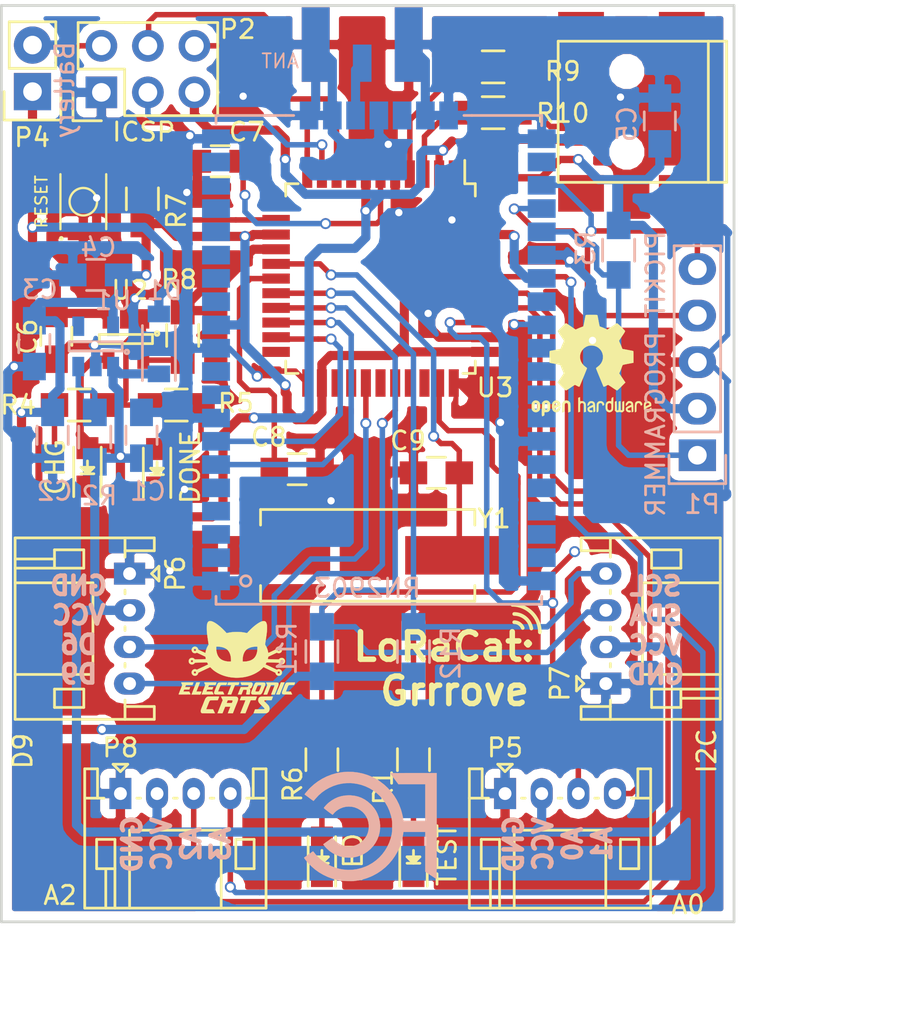
<source format=kicad_pcb>
(kicad_pcb (version 4) (host pcbnew 4.0.5)
  (title_block (title "LoRa Cat") (rev 0.9) (company "Electronic Cats") (comment 1 "Eduardo Contreras Flores"))
  (layers (0 F.Cu signal hide) (31 B.Cu signal hide) (34 B.Paste user) (35 F.Paste user) (36 B.SilkS user) (37 F.SilkS user) (38 B.Mask user) (39 F.Mask user) (44 Edge.Cuts user))
  (net 0 "")
  (net 1 "Net-(A1-Pad1)")
  (net 2 GND)
  (net 3 VCC)
  (net 4 +3V3)
  (net 5 +BATT)
  (net 6 "Net-(C7-Pad1)")
  (net 7 "Net-(C8-Pad1)")
  (net 8 "Net-(C9-Pad1)")
  (net 9 "Net-(D2-Pad2)")
  (net 10 "Net-(D3-Pad1)")
  (net 11 "Net-(D4-Pad2)")
  (net 12 "Net-(D5-Pad2)")
  (net 13 /RST_RN)
  (net 14 /TEST1)
  (net 15 /TEST0)
  (net 16 /RST)
  (net 17 /MOSI)
  (net 18 /SCK)
  (net 19 /MISO)
  (net 20 /D-)
  (net 21 /D+)
  (net 22 "Net-(P3-Pad5)")
  (net 23 /A0)
  (net 24 /A1)
  (net 25 /D6)
  (net 26 /D9)
  (net 27 /SDA)
  (net 28 /SCL)
  (net 29 /A2)
  (net 30 /A3)
  (net 31 "Net-(MODULE1-Pad36)")
  (net 32 "Net-(R2-Pad1)")
  (net 33 "Net-(R4-Pad1)")
  (net 34 /D13)
  (net 35 "Net-(R8-Pad1)")
  (net 36 "Net-(R9-Pad1)")
  (net 37 "Net-(R10-Pad1)")
  (net 38 "Net-(U1-Pad4)")
  (net 39 "Net-(U3-Pad1)")
  (net 40 "Net-(U3-Pad8)")
  (net 41 "Net-(U3-Pad12)")
  (net 42 /RX_TX)
  (net 43 /TX_RX)
  (net 44 "Net-(U3-Pad22)")
  (net 45 "Net-(U3-Pad25)")
  (net 46 "Net-(U3-Pad26)")
  (net 47 "Net-(U3-Pad28)")
  (net 48 "Net-(U3-Pad30)")
  (net 49 "Net-(U3-Pad31)")
  (net 50 "Net-(U3-Pad40)")
  (net 51 "Net-(U3-Pad41)")
  (net 52 "Net-(MODULE1-Pad46)")
  (net 53 "Net-(MODULE1-Pad45)")
  (net 54 "Net-(MODULE1-Pad44)")
  (net 55 "Net-(MODULE1-Pad43)")
  (net 56 "Net-(MODULE1-Pad40)")
  (net 57 "Net-(MODULE1-Pad39)")
  (net 58 "Net-(MODULE1-Pad38)")
  (net 59 "Net-(MODULE1-Pad37)")
  (net 60 "Net-(MODULE1-Pad35)")
  (net 61 "Net-(MODULE1-Pad25)")
  (net 62 "Net-(MODULE1-Pad14)")
  (net 63 "Net-(MODULE1-Pad13)")
  (net 64 "Net-(MODULE1-Pad10)")
  (net 65 "Net-(MODULE1-Pad9)")
  (net 66 "Net-(MODULE1-Pad5)")
  (net 67 "Net-(MODULE1-Pad4)")
  (net 68 "Net-(MODULE1-Pad3)")
  (net 69 "Net-(MODULE1-Pad2)")
  (module Library:RN2483 (layer B.Cu) (at 154.298262 107.82 180)
    (fp_text reference RN2903 (at 9.530262 0.882 180) (layer B.SilkS) (effects (justify mirror)))
    (fp_text value RN2903 hide)
    (pad 47 smd rect (at 0 1.27 180) (size 1.524 1.016) (layers B.Cu B.Paste B.Mask) (net 2 GND))
    (pad 46 smd rect (at 0 2.54 180) (size 1.524 1.016) (layers B.Cu B.Paste B.Mask) (net 52 "Net-(MODULE1-Pad46)"))
    (pad 45 smd rect (at 0 3.81 180) (size 1.524 1.016) (layers B.Cu B.Paste B.Mask) (net 53 "Net-(MODULE1-Pad45)"))
    (pad 44 smd rect (at 0 5.08 180) (size 1.524 1.016) (layers B.Cu B.Paste B.Mask) (net 54 "Net-(MODULE1-Pad44)"))
    (pad 43 smd rect (at 0 6.35 180) (size 1.524 1.016) (layers B.Cu B.Paste B.Mask) (net 55 "Net-(MODULE1-Pad43)"))
    (pad 42 smd rect (at 0 7.62 180) (size 1.524 1.016) (layers B.Cu B.Paste B.Mask))
    (pad 41 smd rect (at 0 8.89 180) (size 1.524 1.016) (layers B.Cu B.Paste B.Mask) (net 2 GND))
    (pad 40 smd rect (at 0 10.16 180) (size 1.524 1.016) (layers B.Cu B.Paste B.Mask) (net 56 "Net-(MODULE1-Pad40)"))
    (pad 39 smd rect (at 0 11.43 180) (size 1.524 1.016) (layers B.Cu B.Paste B.Mask) (net 57 "Net-(MODULE1-Pad39)"))
    (pad 38 smd rect (at 0 12.7 180) (size 1.524 1.016) (layers B.Cu B.Paste B.Mask) (net 58 "Net-(MODULE1-Pad38)"))
    (pad 37 smd rect (at 0 13.97 180) (size 1.524 1.016) (layers B.Cu B.Paste B.Mask) (net 59 "Net-(MODULE1-Pad37)"))
    (pad 36 smd rect (at 0 15.24 180) (size 1.524 1.016) (layers B.Cu B.Paste B.Mask) (net 31 "Net-(MODULE1-Pad36)"))
    (pad 35 smd rect (at 0 16.51 180) (size 1.524 1.016) (layers B.Cu B.Paste B.Mask) (net 60 "Net-(MODULE1-Pad35)"))
    (pad 34 smd rect (at 0 17.78 180) (size 1.524 1.016) (layers B.Cu B.Paste B.Mask) (net 4 +3V3))
    (pad 33 smd rect (at 0 19.05 180) (size 1.524 1.016) (layers B.Cu B.Paste B.Mask) (net 2 GND))
    (pad 32 smd rect (at 0 20.32 180) (size 1.524 1.016) (layers B.Cu B.Paste B.Mask) (net 13 /RST_RN))
    (pad 31 smd rect (at 0 21.59 180) (size 1.524 1.016) (layers B.Cu B.Paste B.Mask) (net 14 /TEST1))
    (pad 30 smd rect (at 0 22.86 180) (size 1.524 1.016) (layers B.Cu B.Paste B.Mask) (net 15 /TEST0))
    (pad 29 smd rect (at 0 24.13 180) (size 1.524 1.016) (layers B.Cu B.Paste B.Mask))
    (pad 28 smd rect (at 0 25.4 180) (size 1.524 1.016) (layers B.Cu B.Paste B.Mask) (net 2 GND))
    (pad 20 smd rect (at 17.78 25.4 180) (size 1.524 1.016) (layers B.Cu B.Paste B.Mask) (net 2 GND))
    (pad 27 smd rect (at 5.08 26.67 180) (size 1.016 1.524) (layers B.Cu B.Paste B.Mask) (net 2 GND))
    (pad 26 smd rect (at 6.35 26.67 180) (size 1.016 1.524) (layers B.Cu B.Paste B.Mask) (net 2 GND))
    (pad 25 smd rect (at 7.62 26.67 180) (size 1.016 1.524) (layers B.Cu B.Paste B.Mask) (net 61 "Net-(MODULE1-Pad25)"))
    (pad 24 smd rect (at 8.89 26.67 180) (size 1.016 1.524) (layers B.Cu B.Paste B.Mask) (net 2 GND))
    (pad 23 smd rect (at 10.16 26.67 180) (size 1.016 1.524) (layers B.Cu B.Paste B.Mask) (net 1 "Net-(A1-Pad1)"))
    (pad 22 smd rect (at 11.43 26.67 180) (size 1.016 1.524) (layers B.Cu B.Paste B.Mask) (net 2 GND))
    (pad 21 smd rect (at 12.7 26.67 180) (size 1.016 1.524) (layers B.Cu B.Paste B.Mask) (net 2 GND))
    (pad 19 smd rect (at 17.78 24.13 180) (size 1.524 1.016) (layers B.Cu B.Paste B.Mask))
    (pad 18 smd rect (at 17.78 22.86 180) (size 1.524 1.016) (layers B.Cu B.Paste B.Mask))
    (pad 17 smd rect (at 17.78 21.59 180) (size 1.524 1.016) (layers B.Cu B.Paste B.Mask))
    (pad 16 smd rect (at 17.78 20.32 180) (size 1.524 1.016) (layers B.Cu B.Paste B.Mask))
    (pad 15 smd rect (at 17.78 19.05 180) (size 1.524 1.016) (layers B.Cu B.Paste B.Mask))
    (pad 14 smd rect (at 17.78 17.78 180) (size 1.524 1.016) (layers B.Cu B.Paste B.Mask) (net 62 "Net-(MODULE1-Pad14)"))
    (pad 13 smd rect (at 17.78 16.51 180) (size 1.524 1.016) (layers B.Cu B.Paste B.Mask) (net 63 "Net-(MODULE1-Pad13)"))
    (pad 12 smd rect (at 17.78 15.24 180) (size 1.524 1.016) (layers B.Cu B.Paste B.Mask) (net 4 +3V3))
    (pad 11 smd rect (at 17.78 13.97 180) (size 1.524 1.016) (layers B.Cu B.Paste B.Mask) (net 2 GND))
    (pad 10 smd rect (at 17.78 12.7 180) (size 1.524 1.016) (layers B.Cu B.Paste B.Mask) (net 64 "Net-(MODULE1-Pad10)"))
    (pad 9 smd rect (at 17.78 11.43 180) (size 1.524 1.016) (layers B.Cu B.Paste B.Mask) (net 65 "Net-(MODULE1-Pad9)"))
    (pad 8 smd rect (at 17.78 10.16 180) (size 1.524 1.016) (layers B.Cu B.Paste B.Mask) (net 2 GND))
    (pad 7 smd rect (at 17.78 8.89 180) (size 1.524 1.016) (layers B.Cu B.Paste B.Mask) (net 43 /TX_RX))
    (pad 6 smd rect (at 17.78 7.62 180) (size 1.524 1.016) (layers B.Cu B.Paste B.Mask) (net 42 /RX_TX))
    (pad 5 smd rect (at 17.78 6.35 180) (size 1.524 1.016) (layers B.Cu B.Paste B.Mask) (net 66 "Net-(MODULE1-Pad5)"))
    (pad 4 smd rect (at 17.78 5.08 180) (size 1.524 1.016) (layers B.Cu B.Paste B.Mask) (net 67 "Net-(MODULE1-Pad4)"))
    (pad 3 smd rect (at 17.78 3.81 180) (size 1.524 1.016) (layers B.Cu B.Paste B.Mask) (net 68 "Net-(MODULE1-Pad3)"))
    (pad 2 smd rect (at 17.78 2.54 180) (size 1.524 1.016) (layers B.Cu B.Paste B.Mask) (net 69 "Net-(MODULE1-Pad2)"))
    (pad 1 smd rect (at 17.78 1.27 180) (size 1.524 1.016) (layers B.Cu B.Paste B.Mask) (net 2 GND))
  )
  (module CatSat:SMA_Conn_Ant (layer B.Cu) (at 144.5 75.25 270)
    (fp_text reference A1)
    (fp_text value ANT (at 2.478 5.574 360) (layer B.SilkS) (effects (font (size 0.77216 0.77216) (thickness 0.1)) (justify right top mirror)))
    (pad 2 smd rect (at 2.032 2.54 180) (size 1.524 4.064) (layers B.Cu B.Paste B.Mask) (net 2 GND))
    (pad 3 smd rect (at 2.032 -2.54 180) (size 1.524 4.064) (layers B.Cu B.Paste B.Mask) (net 2 GND))
    (pad 1 smd rect (at 3.048 0 180) (size 1.016 2.032) (layers B.Cu B.Paste B.Mask) (net 1 "Net-(A1-Pad1)"))
    (pad 4 smd rect (at 2.032 2.54 180) (size 1.524 4.064) (layers F.Cu F.Paste F.Mask) (net 2 GND))
    (pad 5 smd rect (at 2.032 -2.54 180) (size 1.524 4.064) (layers F.Cu F.Paste F.Mask) (net 2 GND))
  )
  (module Capacitors_SMD:C_0805_HandSoldering (layer B.Cu) (at 132.45 98.6 90)
    (fp_text reference C1 (at -3.05 0.35 360) (layer B.SilkS) (effects (justify mirror)))
    (fp_text value 10uF)
    (pad 1 smd rect (at -1.25 0 90) (size 1.5 1.25) (layers B.Cu B.Paste B.Mask) (net 3 VCC))
    (pad 2 smd rect (at 1.25 0 90) (size 1.5 1.25) (layers B.Cu B.Paste B.Mask) (net 2 GND))
  )
  (module Capacitors_SMD:C_0805_HandSoldering (layer B.Cu) (at 127.6 98.6 270)
    (fp_text reference C2 (at 3.05 -0.1 540) (layer B.SilkS) (effects (justify mirror)))
    (fp_text value 10uF)
    (pad 1 smd rect (at -1.25 0 270) (size 1.5 1.25) (layers B.Cu B.Paste B.Mask) (net 4 +3V3))
    (pad 2 smd rect (at 1.25 0 270) (size 1.5 1.25) (layers B.Cu B.Paste B.Mask) (net 2 GND))
  )
  (module Capacitors_SMD:C_0805_HandSoldering (layer B.Cu) (at 126.6 93.6 270)
    (fp_text reference C3 (at -2.95 -0.3 540) (layer B.SilkS) (effects (justify mirror)))
    (fp_text value 1uF)
    (pad 1 smd rect (at -1.25 0 270) (size 1.5 1.25) (layers B.Cu B.Paste B.Mask) (net 4 +3V3))
    (pad 2 smd rect (at 1.25 0 270) (size 1.5 1.25) (layers B.Cu B.Paste B.Mask) (net 2 GND))
  )
  (module Capacitors_SMD:C_0805_HandSoldering (layer B.Cu) (at 129.95 89.85 180)
    (fp_text reference C4 (at -0.15 1.5 180) (layer B.SilkS) (effects (justify mirror)))
    (fp_text value 0.1uF)
    (pad 1 smd rect (at -1.25 0 180) (size 1.5 1.25) (layers B.Cu B.Paste B.Mask) (net 4 +3V3))
    (pad 2 smd rect (at 1.25 0 180) (size 1.5 1.25) (layers B.Cu B.Paste B.Mask) (net 2 GND))
  )
  (module Capacitors_SMD:C_0805_HandSoldering (layer B.Cu) (at 160.75 81.45 90)
    (fp_text reference C5 (at -0.17 -1.794 90) (layer B.SilkS) (effects (justify mirror)))
    (fp_text value 0.1uF)
    (pad 1 smd rect (at -1.25 0 90) (size 1.5 1.25) (layers B.Cu B.Paste B.Mask) (net 4 +3V3))
    (pad 2 smd rect (at 1.25 0 90) (size 1.5 1.25) (layers B.Cu B.Paste B.Mask) (net 2 GND))
  )
  (module Capacitors_SMD:C_0805_HandSoldering (layer F.Cu) (at 127.8 93.2 270)
    (fp_text reference C6 (at 0.022 1.574 450) (layer F.SilkS))
    (fp_text value 10uF)
    (pad 1 smd rect (at -1.25 0 270) (size 1.5 1.25) (layers F.Cu F.Paste F.Mask) (net 5 +BATT))
    (pad 2 smd rect (at 1.25 0 270) (size 1.5 1.25) (layers F.Cu F.Paste F.Mask) (net 2 GND))
  )
  (module Capacitors_SMD:C_0805_HandSoldering (layer F.Cu) (at 136.75 83.65 180)
    (fp_text reference C7 (at -1.45 1.6 180) (layer F.SilkS))
    (fp_text value 1uF)
    (pad 1 smd rect (at -1.25 0 180) (size 1.5 1.25) (layers F.Cu F.Paste F.Mask) (net 6 "Net-(C7-Pad1)"))
    (pad 2 smd rect (at 1.25 0 180) (size 1.5 1.25) (layers F.Cu F.Paste F.Mask) (net 2 GND))
  )
  (module Capacitors_SMD:C_0805_HandSoldering (layer F.Cu) (at 140.95 100.45)
    (fp_text reference C8 (at -1.55 -1.75) (layer F.SilkS))
    (fp_text value 22pF)
    (pad 1 smd rect (at -1.25 0) (size 1.5 1.25) (layers F.Cu F.Paste F.Mask) (net 7 "Net-(C8-Pad1)"))
    (pad 2 smd rect (at 1.25 0) (size 1.5 1.25) (layers F.Cu F.Paste F.Mask) (net 2 GND))
  )
  (module Capacitors_SMD:C_0805_HandSoldering (layer F.Cu) (at 148.55 100.65 180)
    (fp_text reference C9 (at 1.55 1.75 180) (layer F.SilkS))
    (fp_text value 22pF)
    (pad 1 smd rect (at -1.25 0 180) (size 1.5 1.25) (layers F.Cu F.Paste F.Mask) (net 8 "Net-(C9-Pad1)"))
    (pad 2 smd rect (at 1.25 0 180) (size 1.5 1.25) (layers F.Cu F.Paste F.Mask) (net 2 GND))
  )
  (module Diodes_SMD:SOD-123 (layer B.Cu) (at 133.4 93.615 90)
    (fp_text reference D1 (at 2.915 0.3 360) (layer B.SilkS) (effects (justify mirror)))
    (fp_text value MBR120)
    (pad 1 smd rect (at -1.635 0 90) (size 0.91 1.22) (layers B.Cu B.Paste B.Mask) (net 3 VCC))
    (pad 2 smd rect (at 1.635 0 90) (size 0.91 1.22) (layers B.Cu B.Paste B.Mask) (net 5 +BATT))
  )
  (module LEDs:LED_0805 (layer F.Cu) (at 147.3 121.60098 90)
    (fp_text reference D2)
    (fp_text value TEST (at 0.10098 1.83 90) (layer F.SilkS))
    (pad 2 smd rect (at 1.04902 0 270) (size 1.19888 1.19888) (layers F.Cu F.Paste F.Mask) (net 9 "Net-(D2-Pad2)"))
    (pad 1 smd rect (at -1.04902 0 270) (size 1.19888 1.19888) (layers F.Cu F.Paste F.Mask) (net 2 GND))
  )
  (module LEDs:LED_0805 (layer F.Cu) (at 129.5 100.35 90)
    (fp_text reference D3)
    (fp_text value CHG (at 0.016 -1.75 90) (layer F.SilkS))
    (pad 2 smd rect (at 1.04902 0 270) (size 1.19888 1.19888) (layers F.Cu F.Paste F.Mask) (net 3 VCC))
    (pad 1 smd rect (at -1.04902 0 270) (size 1.19888 1.19888) (layers F.Cu F.Paste F.Mask) (net 10 "Net-(D3-Pad1)"))
  )
  (module LEDs:LED_0805 (layer F.Cu) (at 133.3 100.39902 90)
    (fp_text reference D4)
    (fp_text value DONE (at 0.06502 1.816 90) (layer F.SilkS))
    (pad 2 smd rect (at 1.04902 0 270) (size 1.19888 1.19888) (layers F.Cu F.Paste F.Mask) (net 11 "Net-(D4-Pad2)"))
    (pad 1 smd rect (at -1.04902 0 270) (size 1.19888 1.19888) (layers F.Cu F.Paste F.Mask) (net 2 GND))
  )
  (module LEDs:LED_0805 (layer F.Cu) (at 142.3 121.60098 90)
    (fp_text reference D5)
    (fp_text value LED (at -0.06902 1.706 90) (layer F.SilkS))
    (pad 2 smd rect (at 1.04902 0 270) (size 1.19888 1.19888) (layers F.Cu F.Paste F.Mask) (net 12 "Net-(D5-Pad2)"))
    (pad 1 smd rect (at -1.04902 0 270) (size 1.19888 1.19888) (layers F.Cu F.Paste F.Mask) (net 2 GND))
  )
  (module Pin_Headers:Pin_Header_Straight_1x05 (layer B.Cu) (at 162.8 99.69)
    (fp_text reference P1 (at 0.256 2.676) (layer B.SilkS) (effects (justify mirror)))
    (fp_text value "PICKIT PROGRAMMER" (at -2.284 -4.436 90) (layer B.SilkS) (effects (justify mirror)))
    (pad 1 thru_hole rect (at 0 0) (size 2.032 1.7272) (drill 1.016) (layers *.Cu *.Mask) (net 13 /RST_RN))
    (pad 2 thru_hole oval (at 0 -2.54) (size 2.032 1.7272) (drill 1.016) (layers *.Cu *.Mask) (net 4 +3V3))
    (pad 3 thru_hole oval (at 0 -5.08) (size 2.032 1.7272) (drill 1.016) (layers *.Cu *.Mask) (net 2 GND))
    (pad 4 thru_hole oval (at 0 -7.62) (size 2.032 1.7272) (drill 1.016) (layers *.Cu *.Mask) (net 14 /TEST1))
    (pad 5 thru_hole oval (at 0 -10.16) (size 2.032 1.7272) (drill 1.016) (layers *.Cu *.Mask) (net 15 /TEST0))
  )
  (module Pin_Headers:Pin_Header_Straight_2x03 (layer F.Cu) (at 130.26 79.89 90)
    (fp_text reference P2 (at 3.44 7.44 180) (layer F.SilkS))
    (fp_text value ICSP (at -2.156 2.316 180) (layer F.SilkS))
    (pad 1 thru_hole rect (at 0 0 90) (size 1.7272 1.7272) (drill 1.016) (layers *.Cu *.Mask) (net 2 GND))
    (pad 2 thru_hole oval (at 2.54 0 90) (size 1.7272 1.7272) (drill 1.016) (layers *.Cu *.Mask) (net 16 /RST))
    (pad 3 thru_hole oval (at 0 2.54 90) (size 1.7272 1.7272) (drill 1.016) (layers *.Cu *.Mask) (net 17 /MOSI))
    (pad 4 thru_hole oval (at 2.54 2.54 90) (size 1.7272 1.7272) (drill 1.016) (layers *.Cu *.Mask) (net 18 /SCK))
    (pad 5 thru_hole oval (at 0 5.08 90) (size 1.7272 1.7272) (drill 1.016) (layers *.Cu *.Mask) (net 3 VCC))
    (pad 6 thru_hole oval (at 2.54 5.08 90) (size 1.7272 1.7272) (drill 1.016) (layers *.Cu *.Mask) (net 19 /MISO))
  )
  (module Pin_Headers:Pin_Header_Straight_1x02 (layer F.Cu) (at 126.5 79.85 180)
    (fp_text reference P4 (at 0.02 -2.5 360) (layer F.SilkS))
    (fp_text value Battery (at -1.758 0.09 270) (layer B.SilkS) (effects (justify mirror)))
    (pad 1 thru_hole rect (at 0 0 180) (size 2.032 2.032) (drill 1.016) (layers *.Cu *.Mask) (net 5 +BATT))
    (pad 2 thru_hole oval (at 0 2.54 180) (size 2.032 2.032) (drill 1.016) (layers *.Cu *.Mask) (net 2 GND))
  )
  (module Connectors_JST:JST_PH_S4B-PH-K_04x2.00mm_Angled (layer F.Cu) (at 152.3 118.15)
    (fp_text reference P5 (at 0 -2.5) (layer F.SilkS))
    (fp_text value A0 (at 9.994 6.06) (layer F.SilkS))
    (pad 1 thru_hole rect (at 0 0) (size 1.2 1.7) (drill 0.7) (layers *.Cu *.Mask) (net 2 GND))
    (pad 2 thru_hole oval (at 2 0) (size 1.2 1.7) (drill 0.7) (layers *.Cu *.Mask) (net 3 VCC))
    (pad 3 thru_hole oval (at 4 0) (size 1.2 1.7) (drill 0.7) (layers *.Cu *.Mask) (net 23 /A0))
    (pad 4 thru_hole oval (at 6 0) (size 1.2 1.7) (drill 0.7) (layers *.Cu *.Mask) (net 24 /A1))
  )
  (module Connectors_JST:JST_PH_S4B-PH-K_04x2.00mm_Angled (layer F.Cu) (at 131.8 106.15 270)
    (fp_text reference P6 (at 0 -2.5 270) (layer F.SilkS))
    (fp_text value D9 (at 9.678 5.828 270) (layer F.SilkS))
    (pad 1 thru_hole rect (at 0 0 270) (size 1.2 1.7) (drill 0.7) (layers *.Cu *.Mask) (net 2 GND))
    (pad 2 thru_hole oval (at 2 0 270) (size 1.2 1.7) (drill 0.7) (layers *.Cu *.Mask) (net 3 VCC))
    (pad 3 thru_hole oval (at 4 0 270) (size 1.2 1.7) (drill 0.7) (layers *.Cu *.Mask) (net 25 /D6))
    (pad 4 thru_hole oval (at 6 0 270) (size 1.2 1.7) (drill 0.7) (layers *.Cu *.Mask) (net 26 /D9))
  )
  (module Connectors_JST:JST_PH_S4B-PH-K_04x2.00mm_Angled (layer F.Cu) (at 157.8 112.15 90)
    (fp_text reference P7 (at 0 -2.5 90) (layer F.SilkS))
    (fp_text value I2C (at -3.678 5.51 90) (layer F.SilkS))
    (pad 1 thru_hole rect (at 0 0 90) (size 1.2 1.7) (drill 0.7) (layers *.Cu *.Mask) (net 2 GND))
    (pad 2 thru_hole oval (at 2 0 90) (size 1.2 1.7) (drill 0.7) (layers *.Cu *.Mask) (net 3 VCC))
    (pad 3 thru_hole oval (at 4 0 90) (size 1.2 1.7) (drill 0.7) (layers *.Cu *.Mask) (net 27 /SDA))
    (pad 4 thru_hole oval (at 6 0 90) (size 1.2 1.7) (drill 0.7) (layers *.Cu *.Mask) (net 28 /SCL))
  )
  (module Connectors_JST:JST_PH_S4B-PH-K_04x2.00mm_Angled (layer F.Cu) (at 131.3 118.15)
    (fp_text reference P8 (at 0 -2.5) (layer F.SilkS))
    (fp_text value A2 (at -3.296 5.552) (layer F.SilkS))
    (pad 1 thru_hole rect (at 0 0) (size 1.2 1.7) (drill 0.7) (layers *.Cu *.Mask) (net 2 GND))
    (pad 2 thru_hole oval (at 2 0) (size 1.2 1.7) (drill 0.7) (layers *.Cu *.Mask) (net 3 VCC))
    (pad 3 thru_hole oval (at 4 0) (size 1.2 1.7) (drill 0.7) (layers *.Cu *.Mask) (net 29 /A2))
    (pad 4 thru_hole oval (at 6 0) (size 1.2 1.7) (drill 0.7) (layers *.Cu *.Mask) (net 30 /A3))
  )
  (module Resistors_SMD:R_0805_HandSoldering (layer F.Cu) (at 147.3 116.3 270)
    (fp_text reference R1 (at 1.5 1.65 270) (layer F.SilkS))
    (fp_text value 100R)
    (pad 1 smd rect (at -1.35 0 270) (size 1.5 1.3) (layers F.Cu F.Paste F.Mask) (net 31 "Net-(MODULE1-Pad36)"))
    (pad 2 smd rect (at 1.35 0 270) (size 1.5 1.3) (layers F.Cu F.Paste F.Mask) (net 9 "Net-(D2-Pad2)"))
  )
  (module Resistors_SMD:R_0805_HandSoldering (layer B.Cu) (at 129.9 98.7 270)
    (fp_text reference R2 (at 3.2 -0.25 540) (layer B.SilkS) (effects (justify mirror)))
    (fp_text value 100K)
    (pad 1 smd rect (at -1.35 0 270) (size 1.5 1.3) (layers B.Cu B.Paste B.Mask) (net 32 "Net-(R2-Pad1)"))
    (pad 2 smd rect (at 1.35 0 270) (size 1.5 1.3) (layers B.Cu B.Paste B.Mask) (net 3 VCC))
  )
  (module Resistors_SMD:R_0805_HandSoldering (layer B.Cu) (at 158.5 88.5 270)
    (fp_text reference R3 (at -0.104 1.794 450) (layer B.SilkS) (effects (justify mirror)))
    (fp_text value 10K)
    (pad 1 smd rect (at -1.35 0 270) (size 1.5 1.3) (layers B.Cu B.Paste B.Mask) (net 4 +3V3))
    (pad 2 smd rect (at 1.35 0 270) (size 1.5 1.3) (layers B.Cu B.Paste B.Mask) (net 13 /RST_RN))
  )
  (module Resistors_SMD:R_0805_HandSoldering (layer F.Cu) (at 129.05 96.95 180)
    (fp_text reference R4 (at 3.332 0 180) (layer F.SilkS))
    (fp_text value 330R)
    (pad 1 smd rect (at -1.35 0 180) (size 1.5 1.3) (layers F.Cu F.Paste F.Mask) (net 33 "Net-(R4-Pad1)"))
    (pad 2 smd rect (at 1.35 0 180) (size 1.5 1.3) (layers F.Cu F.Paste F.Mask) (net 10 "Net-(D3-Pad1)"))
  )
  (module Resistors_SMD:R_0805_HandSoldering (layer F.Cu) (at 134.35 96.95)
    (fp_text reference R5 (at 3.25 -0.1) (layer F.SilkS))
    (fp_text value 330R)
    (pad 1 smd rect (at -1.35 0) (size 1.5 1.3) (layers F.Cu F.Paste F.Mask) (net 33 "Net-(R4-Pad1)"))
    (pad 2 smd rect (at 1.35 0) (size 1.5 1.3) (layers F.Cu F.Paste F.Mask) (net 11 "Net-(D4-Pad2)"))
  )
  (module Resistors_SMD:R_0805_HandSoldering (layer F.Cu) (at 142.3 116.3 270)
    (fp_text reference R6 (at 1.35 1.6 270) (layer F.SilkS))
    (fp_text value 330)
    (pad 1 smd rect (at -1.35 0 270) (size 1.5 1.3) (layers F.Cu F.Paste F.Mask) (net 34 /D13))
    (pad 2 smd rect (at 1.35 0 270) (size 1.5 1.3) (layers F.Cu F.Paste F.Mask) (net 12 "Net-(D5-Pad2)"))
  )
  (module Resistors_SMD:R_0805_HandSoldering (layer F.Cu) (at 132.5 85.7 90)
    (fp_text reference R7 (at -0.664 1.854 270) (layer F.SilkS))
    (fp_text value 10K)
    (pad 1 smd rect (at -1.35 0 90) (size 1.5 1.3) (layers F.Cu F.Paste F.Mask) (net 4 +3V3))
    (pad 2 smd rect (at 1.35 0 90) (size 1.5 1.3) (layers F.Cu F.Paste F.Mask) (net 16 /RST))
  )
  (module Resistors_SMD:R_0805_HandSoldering (layer F.Cu) (at 134.7 93.15 90)
    (fp_text reference R8 (at 3.05 -0.2 180) (layer F.SilkS))
    (fp_text value 10K)
    (pad 1 smd rect (at -1.35 0 90) (size 1.5 1.3) (layers F.Cu F.Paste F.Mask) (net 35 "Net-(R8-Pad1)"))
    (pad 2 smd rect (at 1.35 0 90) (size 1.5 1.3) (layers F.Cu F.Paste F.Mask) (net 2 GND))
  )
  (module Resistors_SMD:R_0805_HandSoldering (layer F.Cu) (at 151.65 78.5)
    (fp_text reference R9 (at 3.798 0.24) (layer F.SilkS))
    (fp_text value 22R)
    (pad 1 smd rect (at -1.35 0) (size 1.5 1.3) (layers F.Cu F.Paste F.Mask) (net 36 "Net-(R9-Pad1)"))
    (pad 2 smd rect (at 1.35 0) (size 1.5 1.3) (layers F.Cu F.Paste F.Mask) (net 21 /D+))
  )
  (module Resistors_SMD:R_0805_HandSoldering (layer F.Cu) (at 151.65 81)
    (fp_text reference R10 (at 3.798 0.026) (layer F.SilkS))
    (fp_text value 22R)
    (pad 1 smd rect (at -1.35 0) (size 1.5 1.3) (layers F.Cu F.Paste F.Mask) (net 37 "Net-(R10-Pad1)"))
    (pad 2 smd rect (at 1.35 0) (size 1.5 1.3) (layers F.Cu F.Paste F.Mask) (net 20 /D-))
  )
  (module Resistors_SMD:R_0805_HandSoldering (layer B.Cu) (at 142.3 110.4 90)
    (fp_text reference R11 (at 0.16 -1.9 90) (layer B.SilkS) (effects (justify mirror)))
    (fp_text value 4.7K)
    (pad 1 smd rect (at -1.35 0 90) (size 1.5 1.3) (layers B.Cu B.Paste B.Mask) (net 4 +3V3))
    (pad 2 smd rect (at 1.35 0 90) (size 1.5 1.3) (layers B.Cu B.Paste B.Mask) (net 27 /SDA))
  )
  (module Resistors_SMD:R_0805_HandSoldering (layer B.Cu) (at 147.3 110.4 90)
    (fp_text reference R12 (at -0.094 2.04 90) (layer B.SilkS) (effects (justify mirror)))
    (fp_text value 4.7K)
    (pad 1 smd rect (at -1.35 0 90) (size 1.5 1.3) (layers B.Cu B.Paste B.Mask) (net 4 +3V3))
    (pad 2 smd rect (at 1.35 0 90) (size 1.5 1.3) (layers B.Cu B.Paste B.Mask) (net 28 /SCL))
  )
  (module TO_SOT_Packages_SMD:SOT-23-5 (layer B.Cu) (at 129.95 93.75 90)
    (fp_text reference U1 (at 2.5 0.95 360) (layer B.SilkS) (effects (justify mirror)))
    (fp_text value AP2112)
    (pad 1 smd rect (at -1.1 0.95 90) (size 1.06 0.65) (layers B.Cu B.Paste B.Mask) (net 3 VCC))
    (pad 2 smd rect (at -1.1 0 90) (size 1.06 0.65) (layers B.Cu B.Paste B.Mask) (net 2 GND))
    (pad 3 smd rect (at -1.1 -0.95 90) (size 1.06 0.65) (layers B.Cu B.Paste B.Mask) (net 32 "Net-(R2-Pad1)"))
    (pad 4 smd rect (at 1.1 -0.95 90) (size 1.06 0.65) (layers B.Cu B.Paste B.Mask) (net 38 "Net-(U1-Pad4)"))
    (pad 5 smd rect (at 1.1 0.95 90) (size 1.06 0.65) (layers B.Cu B.Paste B.Mask) (net 4 +3V3))
  )
  (module TO_SOT_Packages_SMD:SOT-23-5 (layer F.Cu) (at 131.6 93.35 270)
    (fp_text reference U2 (at -2.668 -0.214 360) (layer F.SilkS))
    (fp_text value MCP73831T-2ATI/OT)
    (pad 1 smd rect (at -1.1 -0.95 270) (size 1.06 0.65) (layers F.Cu F.Paste F.Mask) (net 33 "Net-(R4-Pad1)"))
    (pad 2 smd rect (at -1.1 0 270) (size 1.06 0.65) (layers F.Cu F.Paste F.Mask) (net 2 GND))
    (pad 3 smd rect (at -1.1 0.95 270) (size 1.06 0.65) (layers F.Cu F.Paste F.Mask) (net 5 +BATT))
    (pad 4 smd rect (at 1.1 0.95 270) (size 1.06 0.65) (layers F.Cu F.Paste F.Mask) (net 3 VCC))
    (pad 5 smd rect (at 1.1 -0.95 270) (size 1.06 0.65) (layers F.Cu F.Paste F.Mask) (net 35 "Net-(R8-Pad1)"))
  )
  (module Housings_QFP:TQFP-44_10x10mm_Pitch0.8mm (layer F.Cu) (at 145.5 90.05 270)
    (fp_text reference U3 (at 5.95 -6.25 360) (layer F.SilkS))
    (fp_text value ATmega32U4-AU)
    (pad 1 smd rect (at -5.7 -4 270) (size 1.5 0.55) (layers F.Cu F.Paste F.Mask) (net 39 "Net-(U3-Pad1)"))
    (pad 2 smd rect (at -5.7 -3.2 270) (size 1.5 0.55) (layers F.Cu F.Paste F.Mask) (net 3 VCC))
    (pad 3 smd rect (at -5.7 -2.4 270) (size 1.5 0.55) (layers F.Cu F.Paste F.Mask) (net 37 "Net-(R10-Pad1)"))
    (pad 4 smd rect (at -5.7 -1.6 270) (size 1.5 0.55) (layers F.Cu F.Paste F.Mask) (net 36 "Net-(R9-Pad1)"))
    (pad 5 smd rect (at -5.7 -0.8 270) (size 1.5 0.55) (layers F.Cu F.Paste F.Mask) (net 2 GND))
    (pad 6 smd rect (at -5.7 0 270) (size 1.5 0.55) (layers F.Cu F.Paste F.Mask) (net 6 "Net-(C7-Pad1)"))
    (pad 7 smd rect (at -5.7 0.8 270) (size 1.5 0.55) (layers F.Cu F.Paste F.Mask) (net 3 VCC))
    (pad 8 smd rect (at -5.7 1.6 270) (size 1.5 0.55) (layers F.Cu F.Paste F.Mask) (net 40 "Net-(U3-Pad8)"))
    (pad 9 smd rect (at -5.7 2.4 270) (size 1.5 0.55) (layers F.Cu F.Paste F.Mask) (net 18 /SCK))
    (pad 10 smd rect (at -5.7 3.2 270) (size 1.5 0.55) (layers F.Cu F.Paste F.Mask) (net 17 /MOSI))
    (pad 11 smd rect (at -5.7 4 270) (size 1.5 0.55) (layers F.Cu F.Paste F.Mask) (net 19 /MISO))
    (pad 12 smd rect (at -4 5.7) (size 1.5 0.55) (layers F.Cu F.Paste F.Mask) (net 41 "Net-(U3-Pad12)"))
    (pad 13 smd rect (at -3.2 5.7) (size 1.5 0.55) (layers F.Cu F.Paste F.Mask) (net 16 /RST))
    (pad 14 smd rect (at -2.4 5.7) (size 1.5 0.55) (layers F.Cu F.Paste F.Mask) (net 4 +3V3))
    (pad 15 smd rect (at -1.6 5.7) (size 1.5 0.55) (layers F.Cu F.Paste F.Mask) (net 2 GND))
    (pad 16 smd rect (at -0.8 5.7) (size 1.5 0.55) (layers F.Cu F.Paste F.Mask) (net 8 "Net-(C9-Pad1)"))
    (pad 17 smd rect (at 0 5.7) (size 1.5 0.55) (layers F.Cu F.Paste F.Mask) (net 7 "Net-(C8-Pad1)"))
    (pad 18 smd rect (at 0.8 5.7) (size 1.5 0.55) (layers F.Cu F.Paste F.Mask) (net 28 /SCL))
    (pad 19 smd rect (at 1.6 5.7) (size 1.5 0.55) (layers F.Cu F.Paste F.Mask) (net 27 /SDA))
    (pad 20 smd rect (at 2.4 5.7) (size 1.5 0.55) (layers F.Cu F.Paste F.Mask) (net 42 /RX_TX))
    (pad 21 smd rect (at 3.2 5.7) (size 1.5 0.55) (layers F.Cu F.Paste F.Mask) (net 43 /TX_RX))
    (pad 22 smd rect (at 4 5.7) (size 1.5 0.55) (layers F.Cu F.Paste F.Mask) (net 44 "Net-(U3-Pad22)"))
    (pad 23 smd rect (at 5.7 4 270) (size 1.5 0.55) (layers F.Cu F.Paste F.Mask) (net 2 GND))
    (pad 24 smd rect (at 5.7 3.2 270) (size 1.5 0.55) (layers F.Cu F.Paste F.Mask) (net 4 +3V3))
    (pad 25 smd rect (at 5.7 2.4 270) (size 1.5 0.55) (layers F.Cu F.Paste F.Mask) (net 45 "Net-(U3-Pad25)"))
    (pad 26 smd rect (at 5.7 1.6 270) (size 1.5 0.55) (layers F.Cu F.Paste F.Mask) (net 46 "Net-(U3-Pad26)"))
    (pad 27 smd rect (at 5.7 0.8 270) (size 1.5 0.55) (layers F.Cu F.Paste F.Mask) (net 25 /D6))
    (pad 28 smd rect (at 5.7 0 270) (size 1.5 0.55) (layers F.Cu F.Paste F.Mask) (net 47 "Net-(U3-Pad28)"))
    (pad 29 smd rect (at 5.7 -0.8 270) (size 1.5 0.55) (layers F.Cu F.Paste F.Mask) (net 26 /D9))
    (pad 30 smd rect (at 5.7 -1.6 270) (size 1.5 0.55) (layers F.Cu F.Paste F.Mask) (net 48 "Net-(U3-Pad30)"))
    (pad 31 smd rect (at 5.7 -2.4 270) (size 1.5 0.55) (layers F.Cu F.Paste F.Mask) (net 49 "Net-(U3-Pad31)"))
    (pad 32 smd rect (at 5.7 -3.2 270) (size 1.5 0.55) (layers F.Cu F.Paste F.Mask) (net 34 /D13))
    (pad 33 smd rect (at 5.7 -4 270) (size 1.5 0.55) (layers F.Cu F.Paste F.Mask) (net 2 GND))
    (pad 34 smd rect (at 4 -5.7) (size 1.5 0.55) (layers F.Cu F.Paste F.Mask) (net 4 +3V3))
    (pad 35 smd rect (at 3.2 -5.7) (size 1.5 0.55) (layers F.Cu F.Paste F.Mask) (net 2 GND))
    (pad 36 smd rect (at 2.4 -5.7) (size 1.5 0.55) (layers F.Cu F.Paste F.Mask) (net 23 /A0))
    (pad 37 smd rect (at 1.6 -5.7) (size 1.5 0.55) (layers F.Cu F.Paste F.Mask) (net 24 /A1))
    (pad 38 smd rect (at 0.8 -5.7) (size 1.5 0.55) (layers F.Cu F.Paste F.Mask) (net 29 /A2))
    (pad 39 smd rect (at 0 -5.7) (size 1.5 0.55) (layers F.Cu F.Paste F.Mask) (net 30 /A3))
    (pad 40 smd rect (at -0.8 -5.7) (size 1.5 0.55) (layers F.Cu F.Paste F.Mask) (net 50 "Net-(U3-Pad40)"))
    (pad 41 smd rect (at -1.6 -5.7) (size 1.5 0.55) (layers F.Cu F.Paste F.Mask) (net 51 "Net-(U3-Pad41)"))
    (pad 42 smd rect (at -2.4 -5.7) (size 1.5 0.55) (layers F.Cu F.Paste F.Mask) (net 4 +3V3))
    (pad 43 smd rect (at -3.2 -5.7) (size 1.5 0.55) (layers F.Cu F.Paste F.Mask) (net 2 GND))
    (pad 44 smd rect (at -4 -5.7) (size 1.5 0.55) (layers F.Cu F.Paste F.Mask) (net 4 +3V3))
  )
  (module Crystals:Crystal_HC49-SD_SMD (layer F.Cu) (at 144.8 105.15)
    (fp_text reference Y1 (at 6.9 -2) (layer F.SilkS))
    (fp_text value 8Mhz)
    (pad 1 smd rect (at -4.84886 0) (size 5.6007 2.10058) (layers F.Cu F.Paste F.Mask) (net 7 "Net-(C8-Pad1)"))
    (pad 2 smd rect (at 4.84886 0) (size 5.6007 2.10058) (layers F.Cu F.Paste F.Mask) (net 8 "Net-(C9-Pad1)"))
  )
  (module TIH:SW_B3U-1000P (layer F.Cu) (at 129.274 85.856 90)
    (fp_text reference SW1)
    (fp_text value RESET (at 0 -2.286 90) (layer F.SilkS) (effects (font (size 0.64 0.64) (thickness 0.1))))
    (pad 2 smd rect (at 1.7 0 270) (size 0.8 1.7) (layers F.Cu F.Paste F.Mask) (net 16 /RST))
    (pad 1 smd rect (at -1.7 0 270) (size 0.8 1.7) (layers F.Cu F.Paste F.Mask) (net 2 GND))
  )
  (module TIH:electronic_cats_logo_4x3 (layer F.Cu) (at 137.656 111.256)
    (fp_text reference G*** hide)
    (fp_text value LOGO hide)
  )
  (module Symbols:OSHW-Logo2_7.3x6mm_SilkScreen (layer F.Cu) (at 157.02 94.79)
    (fp_text reference REF*** hide)
    (fp_text value OSHW-Logo2_7.3x6mm_SilkScreen hide)
  )
  (module Symbols:FCC-Logo_7.3x6mm_SilkScreen (layer B.Cu) (at 144.94 119.94 180)
    (fp_text reference REF*** hide)
    (fp_text value FCC-Logo_7.3x6mm_SilkScreen hide)
  )
  (module Connect:USB_Mini-B (layer F.Cu) (at 159.79932 80.9499 180)
    (fp_text reference P3 (at 0 6.90118 180) (layer F.SilkS))
    (fp_text value USB_A)
    (pad 1 smd rect (at 3.44932 -1.6002 180) (size 2.30124 0.50038) (layers F.Cu F.Paste F.Mask) (net 3 VCC))
    (pad 2 smd rect (at 3.44932 -0.8001 180) (size 2.30124 0.50038) (layers F.Cu F.Paste F.Mask) (net 20 /D-))
    (pad 3 smd rect (at 3.44932 0 180) (size 2.30124 0.50038) (layers F.Cu F.Paste F.Mask) (net 21 /D+))
    (pad 4 smd rect (at 3.44932 0.8001 180) (size 2.30124 0.50038) (layers F.Cu F.Paste F.Mask) (net 2 GND))
    (pad 5 smd rect (at 3.44932 1.6002 180) (size 2.30124 0.50038) (layers F.Cu F.Paste F.Mask) (net 22 "Net-(P3-Pad5)"))
    (pad 6 smd rect (at 3.35026 -4.45008 180) (size 2.49936 1.99898) (layers F.Cu F.Paste F.Mask))
    (pad 6 smd rect (at -2.14884 -4.45008 180) (size 2.49936 1.99898) (layers F.Cu F.Paste F.Mask))
    (pad 6 smd rect (at 3.35026 4.45008 180) (size 2.49936 1.99898) (layers F.Cu F.Paste F.Mask))
    (pad 6 smd rect (at -2.14884 4.45008 180) (size 2.49936 1.99898) (layers F.Cu F.Paste F.Mask))
    (pad "" np_thru_hole circle (at 0.8509 -2.19964 180) (size 0.89916 0.89916) (drill 0.89916) (layers *.Cu *.Mask))
    (pad "" np_thru_hole circle (at 0.8509 2.19964 180) (size 0.89916 0.89916) (drill 0.89916) (layers *.Cu *.Mask))
  )
  (gr_arc (start 152.8 109.3) (end 152.8 108.8) (angle 68.19859051) (layer F.SilkS) (width 0.2))
  (gr_arc (start 152.8 109.3) (end 152.8 108.35) (angle 80.53767779) (layer F.SilkS) (width 0.2))
  (gr_arc (start 152.7 109.35) (end 152.7 107.85) (angle 90) (layer F.SilkS) (width 0.2))
  (gr_text "GND\nVCC\nA2\nA3" (at 134.354 120.908 90) (layer B.SilkS) (effects (font (size 1 1) (thickness 0.25)) (justify mirror)))
  (gr_text "GND\nVCC\nD6\nD9" (at 129.02 109.224) (layer B.SilkS) (effects (font (size 1 1) (thickness 0.25)) (justify mirror)))
  (gr_text "SCL\nSDA\nVCC\nGND" (at 160.516 109.25) (layer B.SilkS) (effects (font (size 1 1) (thickness 0.25)) (justify mirror)))
  (gr_text "GND\nVCC\nA0\nA1" (at 155.182 120.908 90) (layer B.SilkS) (effects (font (size 1 1) (thickness 0.25)) (justify mirror)))
  (gr_text "LoRaCat: \nGrrrove" (at 149.55 111.35) (layer F.SilkS) (effects (font (size 1.5 1.5) (thickness 0.3))))
  (gr_line (start 124.8 125.15) (end 124.8 75.15) (layer Edge.Cuts) (width 0.15))
  (gr_line (start 164.8 125.15) (end 124.8 125.15) (layer Edge.Cuts) (width 0.15))
  (gr_line (start 164.8 75.15) (end 164.8 125.15) (layer Edge.Cuts) (width 0.15))
  (gr_line (start 124.8 75.15) (end 164.8 75.15) (layer Edge.Cuts) (width 0.15))
  (segment (start 144.5 78.298) (end 144.138262 78.659738) (width 0.5) (layer B.Cu) (net 1))
  (segment (start 144.138262 78.659738) (end 144.138262 81.15) (width 0.5) (layer B.Cu) (net 1))
  (segment (start 156.35 80.1498) (end 158.5998 80.1498) (width 0.3) (layer F.Cu) (net 2))
  (segment (start 158.5998 80.1498) (end 158.6 80.15) (width 0.5) (layer F.Cu) (net 2))
  (segment (start 158.6 80.15) (end 159.230998 80.15) (width 0.5) (layer F.Cu) (net 2))
  (segment (start 134.8 101.55) (end 134.375736 101.55) (width 0.5) (layer B.Cu) (net 2))
  (segment (start 134.375736 101.55) (end 134 101.925736) (width 0.5) (layer B.Cu) (net 2))
  (segment (start 134 101.925736) (end 134 105.575736) (width 0.5) (layer B.Cu) (net 2))
  (segment (start 134 105.575736) (end 134 106) (width 0.5) (layer B.Cu) (net 2))
  (segment (start 131.8 106.15) (end 133.85 106.15) (width 0.5) (layer F.Cu) (net 2))
  (via (at 134 106) (size 0.6) (drill 0.4) (layers F.Cu B.Cu) (net 2))
  (segment (start 133.85 106.15) (end 134 106) (width 0.5) (layer F.Cu) (net 2))
  (segment (start 158.6 80.15) (end 160.7 80.15) (width 0.5) (layer B.Cu) (net 2))
  (segment (start 160.7 80.15) (end 160.75 80.2) (width 0.5) (layer B.Cu) (net 2))
  (segment (start 130 87.9) (end 130 85.65) (width 0.5) (layer F.Cu) (net 2))
  (via (at 130 85.65) (size 0.6) (drill 0.4) (layers F.Cu B.Cu) (net 2))
  (segment (start 160.099 93.425) (end 157.075 93.425) (width 0.5) (layer F.Cu) (net 2))
  (via (at 157.075 93.425) (size 0.6) (drill 0.4) (layers F.Cu B.Cu) (net 2))
  (segment (start 162.8 94.61) (end 161.284 94.61) (width 0.5) (layer F.Cu) (net 2))
  (segment (start 161.284 94.61) (end 160.099 93.425) (width 0.5) (layer F.Cu) (net 2))
  (segment (start 164.225 87.325) (end 163.8 87.325) (width 0.5) (layer B.Cu) (net 2))
  (segment (start 164.45 87.55) (end 164.225 87.325) (width 0.5) (layer B.Cu) (net 2))
  (segment (start 164.45 93.1124) (end 164.45 87.55) (width 0.3) (layer B.Cu) (net 2))
  (segment (start 162.8 94.61) (end 162.9524 94.61) (width 0.5) (layer B.Cu) (net 2))
  (segment (start 162.9524 94.61) (end 164.45 93.1124) (width 0.3) (layer B.Cu) (net 2))
  (segment (start 155.560262 88.77) (end 155.840262 89.05) (width 0.5) (layer B.Cu) (net 2))
  (via (at 155.840262 89.05) (size 0.6) (drill 0.4) (layers F.Cu B.Cu) (net 2))
  (segment (start 157.025 92.025) (end 157.025 90.234738) (width 0.4) (layer B.Cu) (net 2))
  (segment (start 157.025 90.234738) (end 155.560262 88.77) (width 0.5) (layer B.Cu) (net 2))
  (segment (start 155.560262 88.77) (end 154.298262 88.77) (width 0.4) (layer B.Cu) (net 2))
  (segment (start 142.868262 82.068262) (end 143.65 82.85) (width 0.5) (layer B.Cu) (net 2))
  (segment (start 142.868262 81.15) (end 142.868262 82.068262) (width 0.5) (layer B.Cu) (net 2))
  (segment (start 152.8 95.2) (end 152.25 95.75) (width 0.5) (layer F.Cu) (net 2))
  (segment (start 152.25 95.75) (end 151.57499 95.75) (width 0.5) (layer F.Cu) (net 2))
  (segment (start 152.8 93.660002) (end 152.8 95.2) (width 0.5) (layer F.Cu) (net 2))
  (segment (start 151.2 93.25) (end 152.389998 93.25) (width 0.5) (layer F.Cu) (net 2))
  (segment (start 152.389998 93.25) (end 152.8 93.660002) (width 0.5) (layer F.Cu) (net 2))
  (segment (start 149.5 95.75) (end 151.57499 95.75) (width 0.5) (layer F.Cu) (net 2))
  (segment (start 152.100736 98.375) (end 152.05 98.324264) (width 0.5) (layer B.Cu) (net 2))
  (segment (start 152.05 97.9) (end 152.05 98.324264) (width 0.5) (layer B.Cu) (net 2))
  (segment (start 127.8 94.45) (end 128.57343 93.67657) (width 0.5) (layer F.Cu) (net 2))
  (segment (start 128.57343 93.67657) (end 129.888258 93.67657) (width 0.5) (layer F.Cu) (net 2))
  (segment (start 130.02 93.75) (end 129.888258 93.67657) (width 0.3) (layer B.Cu) (net 2))
  (segment (start 129.95 93.738312) (end 129.888258 93.67657) (width 0.5) (layer B.Cu) (net 2))
  (segment (start 129.888258 93.67657) (end 131.9 93.75) (width 0.3) (layer B.Cu) (net 2))
  (segment (start 129.95 94.85) (end 129.95 93.738312) (width 0.5) (layer B.Cu) (net 2))
  (via (at 129.888258 93.67657) (size 0.6) (drill 0.4) (layers F.Cu B.Cu) (net 2))
  (segment (start 127.8 94.45) (end 125.9 94.45) (width 0.5) (layer F.Cu) (net 2))
  (segment (start 125.9 94.45) (end 125.5 94.85) (width 0.5) (layer F.Cu) (net 2))
  (segment (start 125.5 94.85) (end 125.174999 95.175001) (width 0.5) (layer B.Cu) (net 2))
  (segment (start 125.174999 95.175001) (end 125.149999 95.175001) (width 0.5) (layer B.Cu) (net 2))
  (segment (start 125.5 94.85) (end 126.6 94.85) (width 0.5) (layer B.Cu) (net 2))
  (segment (start 125.55 98.625) (end 125.55 98.8) (width 0.5) (layer B.Cu) (net 2))
  (segment (start 125.149999 98.224999) (end 125.55 98.625) (width 0.5) (layer B.Cu) (net 2))
  (segment (start 126.6 94.85) (end 125.475 94.85) (width 0.5) (layer B.Cu) (net 2))
  (segment (start 125.475 94.85) (end 125.149999 95.175001) (width 0.5) (layer B.Cu) (net 2))
  (segment (start 125.149999 95.175001) (end 125.149999 98.224999) (width 0.5) (layer B.Cu) (net 2))
  (segment (start 126.6 94.85) (end 125.6 94.85) (width 0.5) (layer B.Cu) (net 2))
  (via (at 125.5 94.85) (size 0.6) (drill 0.4) (layers F.Cu B.Cu) (net 2))
  (segment (start 145.408262 81.15) (end 145.408262 82.208262) (width 0.5) (layer B.Cu) (net 2))
  (segment (start 145.408262 82.208262) (end 145.925 82.725) (width 0.5) (layer B.Cu) (net 2))
  (via (at 145.925 82.725) (size 0.6) (drill 0.4) (layers F.Cu B.Cu) (net 2))
  (segment (start 146.3 84.35) (end 146.3 83.1) (width 0.5) (layer F.Cu) (net 2))
  (segment (start 146.3 83.1) (end 145.925 82.725) (width 0.5) (layer F.Cu) (net 2))
  (segment (start 139.515262 80.075) (end 138.025 80.075) (width 0.5) (layer B.Cu) (net 2))
  (segment (start 138.025 80.075) (end 138 80.1) (width 0.5) (layer B.Cu) (net 2))
  (via (at 138 80.1) (size 0.6) (drill 0.4) (layers F.Cu B.Cu) (net 2))
  (segment (start 141.598262 81.15) (end 140.590262 81.15) (width 0.5) (layer B.Cu) (net 2))
  (segment (start 140.590262 81.15) (end 139.515262 80.075) (width 0.5) (layer B.Cu) (net 2))
  (segment (start 141.96 77.282) (end 141.96 80.788262) (width 0.5) (layer B.Cu) (net 2))
  (segment (start 141.96 80.788262) (end 141.598262 81.15) (width 0.5) (layer B.Cu) (net 2))
  (segment (start 141.55 81.101738) (end 141.598262 81.15) (width 0.5) (layer B.Cu) (net 2))
  (segment (start 141.598262 77.643738) (end 141.96 77.282) (width 0.5) (layer B.Cu) (net 2))
  (via (at 135.086262 82.25) (size 0.6) (drill 0.4) (layers F.Cu B.Cu) (net 2))
  (segment (start 136.518262 82.42) (end 135.256262 82.42) (width 0.5) (layer B.Cu) (net 2))
  (segment (start 135.256262 82.42) (end 135.086262 82.25) (width 0.5) (layer B.Cu) (net 2))
  (segment (start 164.4 101.75) (end 164.4 101.85) (width 0.5) (layer B.Cu) (net 2))
  (segment (start 164.4 101.85) (end 164.3 101.95) (width 0.5) (layer B.Cu) (net 2))
  (segment (start 164.3 101.95) (end 163.7 101.95) (width 0.3) (layer B.Cu) (net 2))
  (segment (start 164.4 95.65) (end 164.4 101.75) (width 0.3) (layer B.Cu) (net 2))
  (segment (start 163.46 94.61) (end 164.5 95.65) (width 0.3) (layer B.Cu) (net 2))
  (segment (start 162.8 94.61) (end 163.46 94.61) (width 0.5) (layer B.Cu) (net 2))
  (segment (start 138.769669 95.380331) (end 137.239338 93.85) (width 0.3) (layer B.Cu) (net 2))
  (segment (start 137.239338 93.85) (end 136.518262 93.85) (width 0.3) (layer B.Cu) (net 2))
  (segment (start 141.5 95.75) (end 140.849999 95.099999) (width 0.3) (layer F.Cu) (net 2))
  (segment (start 140.849999 95.099999) (end 139.050001 95.099999) (width 0.3) (layer F.Cu) (net 2))
  (segment (start 139.050001 95.099999) (end 138.769669 95.380331) (width 0.3) (layer F.Cu) (net 2))
  (via (at 138.769669 95.380331) (size 0.6) (drill 0.4) (layers F.Cu B.Cu) (net 2))
  (segment (start 131.67 91.15) (end 132.1 91.15) (width 0.3) (layer F.Cu) (net 2))
  (segment (start 131.6 92.25) (end 131.6 91.22) (width 0.3) (layer F.Cu) (net 2))
  (segment (start 131.6 91.22) (end 131.67 91.15) (width 0.3) (layer F.Cu) (net 2))
  (via (at 132.1 91.15) (size 0.6) (drill 0.4) (layers F.Cu B.Cu) (net 2))
  (segment (start 132.1 93.55) (end 132.1 91.15) (width 0.3) (layer B.Cu) (net 2))
  (segment (start 131.9 93.75) (end 132.1 93.55) (width 0.3) (layer B.Cu) (net 2))
  (segment (start 129.95 94.85) (end 129.95 93.82) (width 0.3) (layer B.Cu) (net 2))
  (segment (start 158.59974 80.15026) (end 158.6 80.15) (width 0.5) (layer F.Cu) (net 2))
  (via (at 158.6 80.15) (size 0.6) (drill 0.4) (layers F.Cu B.Cu) (net 2))
  (segment (start 148.1 92.65) (end 148.1 91.95) (width 0.5) (layer F.Cu) (net 2))
  (via (at 148.1 91.95) (size 0.6) (drill 0.4) (layers F.Cu B.Cu) (net 2))
  (segment (start 148.7 93.25) (end 148.1 92.65) (width 0.5) (layer F.Cu) (net 2))
  (segment (start 151.2 93.25) (end 148.7 93.25) (width 0.5) (layer F.Cu) (net 2))
  (segment (start 149.5 95.75) (end 149.85 95.75) (width 0.5) (layer F.Cu) (net 2))
  (via (at 152.05 97.9) (size 0.6) (drill 0.4) (layers F.Cu B.Cu) (net 2))
  (segment (start 149.85 95.75) (end 152.15 98.05) (width 0.5) (layer F.Cu) (net 2))
  (segment (start 146.3 84.35) (end 146.3 86.25) (width 0.5) (layer F.Cu) (net 2))
  (segment (start 146.3 86.25) (end 146.5 86.45) (width 0.5) (layer F.Cu) (net 2))
  (via (at 146.5 86.45) (size 0.6) (drill 0.4) (layers F.Cu B.Cu) (net 2))
  (via (at 134.925 85.35) (size 0.6) (drill 0.4) (layers F.Cu B.Cu) (net 2))
  (segment (start 135.5 83.65) (end 135.5 84.775) (width 0.5) (layer F.Cu) (net 2))
  (segment (start 135.5 84.775) (end 134.925 85.35) (width 0.5) (layer F.Cu) (net 2))
  (segment (start 128.7 89.85) (end 128.4 89.85) (width 0.5) (layer B.Cu) (net 2))
  (segment (start 128.4 89.85) (end 128 89.45) (width 0.5) (layer B.Cu) (net 2))
  (segment (start 138.15 88.85) (end 137.55 88.85) (width 0.5) (layer F.Cu) (net 2))
  (segment (start 137.55 88.85) (end 134.7 91.7) (width 0.5) (layer F.Cu) (net 2))
  (segment (start 134.7 91.7) (end 134.7 91.8) (width 0.5) (layer F.Cu) (net 2))
  (segment (start 139.8 88.45) (end 138.55 88.45) (width 0.5) (layer F.Cu) (net 2))
  (segment (start 138.55 88.45) (end 138.15 88.85) (width 0.5) (layer F.Cu) (net 2))
  (via (at 142.8 102.175) (size 0.6) (drill 0.4) (layers F.Cu B.Cu) (net 2))
  (segment (start 142.2 100.45) (end 142.2 101.575) (width 0.5) (layer F.Cu) (net 2))
  (segment (start 142.2 101.575) (end 142.8 102.175) (width 0.5) (layer F.Cu) (net 2))
  (segment (start 151.2 86.85) (end 149.4 86.85) (width 0.5) (layer F.Cu) (net 2))
  (via (at 149.4 86.85) (size 0.6) (drill 0.4) (layers F.Cu B.Cu) (net 2))
  (segment (start 133.3 101.44804) (end 134.69804 101.44804) (width 0.5) (layer F.Cu) (net 2))
  (segment (start 134.69804 101.44804) (end 134.8 101.55) (width 0.5) (layer F.Cu) (net 2))
  (via (at 134.8 101.55) (size 0.6) (drill 0.4) (layers F.Cu B.Cu) (net 2))
  (segment (start 142.868262 81.15) (end 142.868262 78.190262) (width 0.5) (layer B.Cu) (net 2))
  (segment (start 142.868262 78.190262) (end 141.96 77.282) (width 0.5) (layer B.Cu) (net 2))
  (segment (start 147.948262 81.15) (end 147.948262 78.190262) (width 0.5) (layer B.Cu) (net 2))
  (segment (start 147.948262 78.190262) (end 147.04 77.282) (width 0.5) (layer B.Cu) (net 2))
  (segment (start 147.04 77.282) (end 148.302 77.282) (width 0.5) (layer B.Cu) (net 2))
  (segment (start 148.302 77.282) (end 149.218262 78.198262) (width 0.5) (layer B.Cu) (net 2))
  (segment (start 149.218262 78.198262) (end 149.218262 79.888) (width 0.5) (layer B.Cu) (net 2))
  (segment (start 149.218262 79.888) (end 149.218262 81.15) (width 0.5) (layer B.Cu) (net 2))
  (segment (start 148.102 77.282) (end 148.55 77.73) (width 0.3) (layer B.Cu) (net 2))
  (segment (start 149.218262 81.15) (end 149.218262 78.398262) (width 0.3) (layer B.Cu) (net 2))
  (segment (start 149.218262 78.398262) (end 148.102 77.282) (width 0.3) (layer B.Cu) (net 2))
  (segment (start 148.102 77.282) (end 147.04 77.282) (width 0.3) (layer B.Cu) (net 2))
  (segment (start 142.2 100.45) (end 147.1 100.45) (width 0.3) (layer F.Cu) (net 2))
  (segment (start 147.1 100.45) (end 147.3 100.65) (width 0.3) (layer F.Cu) (net 2))
  (segment (start 156.35 82.5501) (end 149.3999 82.5501) (width 0.3) (layer F.Cu) (net 3))
  (segment (start 149.3999 82.5501) (end 149.39944 82.55056) (width 0.5) (layer F.Cu) (net 3))
  (segment (start 141.4 85.45) (end 145.6 85.45) (width 0.5) (layer B.Cu) (net 3))
  (segment (start 145.6 85.45) (end 146.024264 85.45) (width 0.5) (layer B.Cu) (net 3))
  (segment (start 144.7 86.35) (end 144.999999 86.050001) (width 0.5) (layer B.Cu) (net 3))
  (segment (start 144.999999 86.050001) (end 145.6 85.45) (width 0.5) (layer B.Cu) (net 3))
  (segment (start 142.2 88.4) (end 141.599999 89.000001) (width 0.5) (layer B.Cu) (net 3))
  (segment (start 141.599999 89.000001) (end 141.599999 97.350001) (width 0.5) (layer B.Cu) (net 3))
  (segment (start 144.1 88.4) (end 142.2 88.4) (width 0.5) (layer B.Cu) (net 3))
  (segment (start 144.7 87.8) (end 144.1 88.4) (width 0.5) (layer B.Cu) (net 3))
  (segment (start 144.7 86.35) (end 144.7 87.8) (width 0.5) (layer B.Cu) (net 3))
  (segment (start 140.35 84.4) (end 141.4 85.45) (width 0.5) (layer B.Cu) (net 3))
  (segment (start 140.3 83.55) (end 140.3 84.4) (width 0.5) (layer B.Cu) (net 3))
  (segment (start 140.3 84.4) (end 140.35 84.4) (width 0.5) (layer B.Cu) (net 3))
  (segment (start 149.39944 82.55056) (end 148.9 83.05) (width 0.5) (layer F.Cu) (net 3))
  (segment (start 129.825 94.45) (end 130.65 94.45) (width 0.4) (layer F.Cu) (net 3))
  (segment (start 131.225 99.75) (end 131.225 96.205) (width 0.5) (layer B.Cu) (net 3))
  (segment (start 131.225 96.205) (end 130.9 95.88) (width 0.5) (layer B.Cu) (net 3))
  (segment (start 130.9 95.88) (end 130.9 94.85) (width 0.5) (layer B.Cu) (net 3))
  (segment (start 132.45 99.85) (end 131.325 99.85) (width 0.5) (layer B.Cu) (net 3))
  (segment (start 131.325 99.85) (end 131.225 99.75) (width 0.5) (layer B.Cu) (net 3))
  (segment (start 136.3 103.05) (end 131.8 103.05) (width 0.5) (layer F.Cu) (net 3))
  (via (at 148.9 83.05) (size 0.6) (drill 0.4) (layers F.Cu B.Cu) (net 3))
  (segment (start 147.9 83.05) (end 148.9 83.05) (width 0.5) (layer B.Cu) (net 3))
  (segment (start 147.7 83.25) (end 147.9 83.05) (width 0.5) (layer B.Cu) (net 3))
  (segment (start 147.7 84.95) (end 147.7 83.25) (width 0.5) (layer B.Cu) (net 3))
  (segment (start 147.2 85.45) (end 147.7 84.95) (width 0.5) (layer B.Cu) (net 3))
  (segment (start 146.024264 85.45) (end 147.2 85.45) (width 0.5) (layer B.Cu) (net 3))
  (segment (start 138.6 97.65) (end 137.8 97.65) (width 0.5) (layer F.Cu) (net 3))
  (segment (start 137.8 97.65) (end 136.9 98.55) (width 0.5) (layer F.Cu) (net 3))
  (segment (start 136.9 98.55) (end 136.9 102.45) (width 0.5) (layer F.Cu) (net 3))
  (segment (start 136.9 102.45) (end 136.3 103.05) (width 0.5) (layer F.Cu) (net 3))
  (segment (start 131.8 103.05) (end 131.3 102.55) (width 0.5) (layer F.Cu) (net 3))
  (segment (start 131.3 102.55) (end 131.3 99.75) (width 0.5) (layer F.Cu) (net 3))
  (segment (start 141.3 97.65) (end 138.6 97.65) (width 0.5) (layer B.Cu) (net 3))
  (via (at 138.6 97.65) (size 0.6) (drill 0.4) (layers F.Cu B.Cu) (net 3))
  (segment (start 132.55 120.25) (end 152.9 120.25) (width 0.5) (layer B.Cu) (net 3))
  (segment (start 152.9 120.25) (end 153.9 120.25) (width 0.5) (layer B.Cu) (net 3))
  (segment (start 161.7 118.95) (end 160.4 120.25) (width 0.5) (layer B.Cu) (net 3))
  (segment (start 160.4 120.25) (end 152.9 120.25) (width 0.5) (layer B.Cu) (net 3))
  (segment (start 161.7 110.95) (end 161.7 118.95) (width 0.5) (layer B.Cu) (net 3))
  (segment (start 160.9 110.15) (end 161.7 110.95) (width 0.5) (layer B.Cu) (net 3))
  (segment (start 157.8 110.15) (end 160.9 110.15) (width 0.5) (layer B.Cu) (net 3))
  (segment (start 153.9 120.25) (end 154.3 119.85) (width 0.5) (layer B.Cu) (net 3))
  (segment (start 154.3 119.85) (end 154.3 118.15) (width 0.5) (layer B.Cu) (net 3))
  (segment (start 128.9 108.65) (end 129.4 108.15) (width 0.5) (layer B.Cu) (net 3))
  (segment (start 129.4 108.15) (end 131.8 108.15) (width 0.5) (layer B.Cu) (net 3))
  (segment (start 128.9 119.85) (end 128.9 108.65) (width 0.5) (layer B.Cu) (net 3))
  (segment (start 129.3 120.25) (end 128.9 119.85) (width 0.5) (layer B.Cu) (net 3))
  (segment (start 132.55 120.25) (end 129.9 120.25) (width 0.5) (layer B.Cu) (net 3))
  (segment (start 129.9 120.25) (end 129.3 120.25) (width 0.5) (layer B.Cu) (net 3))
  (segment (start 133.3 118.15) (end 133.3 119.5) (width 0.5) (layer B.Cu) (net 3))
  (segment (start 133.3 119.5) (end 132.55 120.25) (width 0.5) (layer B.Cu) (net 3))
  (segment (start 131.8 108.15) (end 130.45 108.15) (width 0.5) (layer B.Cu) (net 3))
  (segment (start 130.45 108.15) (end 129.9 107.6) (width 0.5) (layer B.Cu) (net 3))
  (segment (start 129.9 107.6) (end 129.9 101.3) (width 0.5) (layer B.Cu) (net 3))
  (segment (start 129.9 101.3) (end 129.9 100.05) (width 0.5) (layer B.Cu) (net 3))
  (segment (start 141.3 97.65) (end 141.599999 97.350001) (width 0.5) (layer B.Cu) (net 3))
  (segment (start 140.3 82.45) (end 140.3 83.55) (width 0.5) (layer F.Cu) (net 3))
  (via (at 140.3 83.55) (size 0.6) (drill 0.4) (layers F.Cu B.Cu) (net 3))
  (segment (start 139.8 81.95) (end 140.3 82.45) (width 0.5) (layer F.Cu) (net 3))
  (segment (start 136.178686 81.95) (end 139.8 81.95) (width 0.5) (layer F.Cu) (net 3))
  (segment (start 135.34 79.89) (end 135.34 81.111314) (width 0.5) (layer F.Cu) (net 3))
  (segment (start 135.34 81.111314) (end 136.178686 81.95) (width 0.5) (layer F.Cu) (net 3))
  (segment (start 132.45 99.85) (end 131.4 99.85) (width 0.5) (layer B.Cu) (net 3))
  (segment (start 131.4 99.85) (end 131.3 99.75) (width 0.5) (layer B.Cu) (net 3))
  (via (at 131.3 99.75) (size 0.6) (drill 0.4) (layers F.Cu B.Cu) (net 3))
  (segment (start 131.3 99.75) (end 130.85098 99.30098) (width 0.5) (layer F.Cu) (net 3))
  (segment (start 130.85098 99.30098) (end 129.5 99.30098) (width 0.5) (layer F.Cu) (net 3))
  (via (at 144.7 86.35) (size 0.6) (drill 0.4) (layers F.Cu B.Cu) (net 3))
  (segment (start 148.800001 83.149999) (end 148.7 83.25) (width 0.4) (layer F.Cu) (net 3))
  (segment (start 148.7 83.25) (end 148.7 84.35) (width 0.4) (layer F.Cu) (net 3))
  (segment (start 144.7 85.6) (end 144.7 86.35) (width 0.5) (layer F.Cu) (net 3))
  (segment (start 144.7 84.35) (end 144.7 85.6) (width 0.5) (layer F.Cu) (net 3))
  (segment (start 131.3 95.25) (end 130.9 94.85) (width 0.5) (layer B.Cu) (net 3))
  (segment (start 133.4 95.25) (end 131.3 95.25) (width 0.5) (layer B.Cu) (net 3))
  (segment (start 132.45 99.85) (end 130.1 99.85) (width 0.5) (layer B.Cu) (net 3))
  (segment (start 130.1 99.85) (end 129.9 100.05) (width 0.5) (layer B.Cu) (net 3))
  (segment (start 129.825 94.45) (end 129.1 95.175) (width 0.4) (layer F.Cu) (net 3))
  (segment (start 129.1 95.175) (end 129.1 98.55) (width 0.4) (layer F.Cu) (net 3))
  (segment (start 129.1 98.55) (end 129.5 98.95) (width 0.5) (layer F.Cu) (net 3))
  (segment (start 129.5 98.95) (end 129.5 99.30098) (width 0.5) (layer F.Cu) (net 3))
  (segment (start 158.4 87.15) (end 158.4 84.65) (width 0.5) (layer B.Cu) (net 4))
  (segment (start 158.4 84.65) (end 160.05 84.65) (width 0.5) (layer B.Cu) (net 4))
  (segment (start 160.05 84.65) (end 160.75 83.95) (width 0.5) (layer B.Cu) (net 4))
  (segment (start 160.75 83.95) (end 160.75 82.7) (width 0.5) (layer B.Cu) (net 4))
  (segment (start 158.5 87.15) (end 158.5 84.65) (width 0.5) (layer B.Cu) (net 4))
  (segment (start 160.4 87.75) (end 159.8 87.15) (width 0.5) (layer B.Cu) (net 4))
  (segment (start 159.8 87.15) (end 158.5 87.15) (width 0.5) (layer B.Cu) (net 4))
  (segment (start 160.4 96.266) (end 160.4 87.75) (width 0.5) (layer B.Cu) (net 4))
  (segment (start 158.5 84.65) (end 157.4 84.65) (width 0.5) (layer B.Cu) (net 4))
  (segment (start 125.9 97.35) (end 127.6 97.35) (width 0.5) (layer B.Cu) (net 4))
  (segment (start 126.5 114.65) (end 125.9 114.05) (width 0.5) (layer F.Cu) (net 4))
  (segment (start 125.9 114.05) (end 125.9 97.35) (width 0.5) (layer F.Cu) (net 4))
  (via (at 125.9 97.35) (size 0.6) (drill 0.4) (layers F.Cu B.Cu) (net 4))
  (segment (start 130.3 114.65) (end 126.5 114.65) (width 0.5) (layer F.Cu) (net 4))
  (segment (start 138.048542 114.65) (end 130.3 114.65) (width 0.5) (layer B.Cu) (net 4))
  (via (at 130.3 114.65) (size 0.6) (drill 0.4) (layers F.Cu B.Cu) (net 4))
  (segment (start 142.3 111.75) (end 140.948542 111.75) (width 0.5) (layer B.Cu) (net 4))
  (segment (start 140.948542 111.75) (end 138.048542 114.65) (width 0.5) (layer B.Cu) (net 4))
  (segment (start 142.3 111.75) (end 147.3 111.75) (width 0.5) (layer B.Cu) (net 4))
  (segment (start 146.4 94.05) (end 146.8 93.65) (width 0.5) (layer F.Cu) (net 4))
  (segment (start 147.6 87.05) (end 148.6 86.05) (width 0.5) (layer F.Cu) (net 4))
  (segment (start 146.8 93.65) (end 146.8 87.85) (width 0.5) (layer F.Cu) (net 4))
  (segment (start 146.8 87.85) (end 147.6 87.05) (width 0.5) (layer F.Cu) (net 4))
  (segment (start 146.2 94.25) (end 146.4 94.05) (width 0.5) (layer F.Cu) (net 4))
  (segment (start 151.2 94.05) (end 146.4 94.05) (width 0.5) (layer F.Cu) (net 4))
  (segment (start 142.764998 94.25) (end 146 94.25) (width 0.5) (layer F.Cu) (net 4))
  (segment (start 141.9 97.75) (end 142.3 97.35) (width 0.5) (layer F.Cu) (net 4))
  (segment (start 142.3 97.35) (end 142.3 95.75) (width 0.5) (layer F.Cu) (net 4))
  (segment (start 140.9 97.75) (end 141.9 97.75) (width 0.5) (layer F.Cu) (net 4))
  (segment (start 140.4 97.25) (end 140.9 97.75) (width 0.5) (layer F.Cu) (net 4))
  (segment (start 140.4 96.374264) (end 140.4 97.25) (width 0.5) (layer F.Cu) (net 4))
  (segment (start 140.3 95.85) (end 140.3 96.274264) (width 0.5) (layer F.Cu) (net 4))
  (segment (start 140.3 96.274264) (end 140.4 96.374264) (width 0.5) (layer F.Cu) (net 4))
  (segment (start 138.1 92.260262) (end 138.1 93.65) (width 0.5) (layer B.Cu) (net 4))
  (segment (start 138.1 93.65) (end 140.3 95.85) (width 0.5) (layer B.Cu) (net 4))
  (via (at 140.3 95.85) (size 0.6) (drill 0.4) (layers F.Cu B.Cu) (net 4))
  (segment (start 131.2 89.85) (end 131.2 90.975) (width 0.5) (layer B.Cu) (net 4))
  (segment (start 131.2 90.975) (end 130.825 91.35) (width 0.5) (layer B.Cu) (net 4))
  (segment (start 130.825 91.35) (end 130.63 91.35) (width 0.5) (layer B.Cu) (net 4))
  (segment (start 151.925 84.55) (end 154.291908 84.55) (width 0.4) (layer F.Cu) (net 4))
  (segment (start 154.291908 84.55) (end 155.291908 83.55) (width 0.4) (layer F.Cu) (net 4))
  (segment (start 155.291908 83.55) (end 155.875736 83.55) (width 0.4) (layer F.Cu) (net 4))
  (segment (start 155.875736 83.55) (end 156.3 83.55) (width 0.4) (layer F.Cu) (net 4))
  (segment (start 151.2 86.05) (end 151.2 85.275) (width 0.4) (layer F.Cu) (net 4))
  (segment (start 151.2 85.275) (end 151.925 84.55) (width 0.4) (layer F.Cu) (net 4))
  (segment (start 157.4 84.65) (end 156.3 83.55) (width 0.5) (layer B.Cu) (net 4))
  (via (at 156.3 83.55) (size 0.6) (drill 0.4) (layers F.Cu B.Cu) (net 4))
  (segment (start 148.049999 87.25) (end 148.049999 86.600001) (width 0.5) (layer F.Cu) (net 4))
  (segment (start 148.449999 87.65) (end 148.049999 87.25) (width 0.5) (layer F.Cu) (net 4))
  (segment (start 151.2 87.65) (end 148.449999 87.65) (width 0.5) (layer F.Cu) (net 4))
  (segment (start 148.049999 86.600001) (end 148.6 86.05) (width 0.5) (layer F.Cu) (net 4))
  (segment (start 148.6 86.05) (end 149.7 86.05) (width 0.5) (layer F.Cu) (net 4))
  (segment (start 149.7 86.05) (end 151.2 86.05) (width 0.5) (layer F.Cu) (net 4))
  (segment (start 162.8 97.15) (end 161.284 97.15) (width 0.5) (layer B.Cu) (net 4))
  (segment (start 161.284 97.15) (end 160.4 96.266) (width 0.5) (layer B.Cu) (net 4))
  (segment (start 142.3 95.75) (end 142.3 94.714998) (width 0.5) (layer F.Cu) (net 4))
  (segment (start 142.3 94.714998) (end 142.764998 94.25) (width 0.5) (layer F.Cu) (net 4))
  (segment (start 138.45 87.75) (end 138.1 87.75) (width 0.5) (layer F.Cu) (net 4))
  (segment (start 138.1 87.75) (end 134.35 87.75) (width 0.5) (layer F.Cu) (net 4))
  (segment (start 136.518262 92.58) (end 137.780262 92.58) (width 0.5) (layer B.Cu) (net 4))
  (segment (start 137.780262 92.58) (end 138.1 92.260262) (width 0.5) (layer B.Cu) (net 4))
  (segment (start 138.1 92.260262) (end 138.1 87.75) (width 0.5) (layer B.Cu) (net 4))
  (via (at 138.1 87.75) (size 0.6) (drill 0.4) (layers F.Cu B.Cu) (net 4))
  (segment (start 152.8 87.75) (end 152.7 87.65) (width 0.5) (layer F.Cu) (net 4))
  (segment (start 152.7 87.65) (end 151.2 87.65) (width 0.5) (layer F.Cu) (net 4))
  (segment (start 152.8 89.35174) (end 152.8 87.75) (width 0.5) (layer B.Cu) (net 4))
  (via (at 152.8 87.75) (size 0.6) (drill 0.4) (layers F.Cu B.Cu) (net 4))
  (segment (start 154.298262 90.04) (end 153.48826 90.04) (width 0.5) (layer B.Cu) (net 4))
  (segment (start 153.48826 90.04) (end 152.8 89.35174) (width 0.5) (layer B.Cu) (net 4))
  (segment (start 130.9 92.65) (end 130.9 91.62) (width 0.5) (layer B.Cu) (net 4))
  (segment (start 130.9 91.62) (end 130.63 91.35) (width 0.5) (layer B.Cu) (net 4))
  (segment (start 130.63 91.35) (end 126.9 91.35) (width 0.5) (layer B.Cu) (net 4))
  (segment (start 126.9 91.35) (end 126.6 91.65) (width 0.5) (layer B.Cu) (net 4))
  (segment (start 126.6 91.65) (end 126.6 92.35) (width 0.5) (layer B.Cu) (net 4))
  (segment (start 127.6 97.35) (end 127.6 96.45) (width 0.5) (layer B.Cu) (net 4))
  (segment (start 127.6 96.45) (end 128 96.05) (width 0.5) (layer B.Cu) (net 4))
  (segment (start 128 96.05) (end 128 92.625) (width 0.5) (layer B.Cu) (net 4))
  (segment (start 128 92.625) (end 127.725 92.35) (width 0.5) (layer B.Cu) (net 4))
  (segment (start 127.725 92.35) (end 126.6 92.35) (width 0.5) (layer B.Cu) (net 4))
  (segment (start 132.7 89.85) (end 132.7 87.25) (width 0.5) (layer F.Cu) (net 4))
  (segment (start 132.7 87.25) (end 132.5 87.05) (width 0.5) (layer F.Cu) (net 4))
  (segment (start 131.3 89.9) (end 132.65 89.9) (width 0.5) (layer B.Cu) (net 4))
  (segment (start 132.65 89.9) (end 132.7 89.85) (width 0.5) (layer B.Cu) (net 4))
  (via (at 132.7 89.85) (size 0.6) (drill 0.4) (layers F.Cu B.Cu) (net 4))
  (segment (start 134.35 87.75) (end 133.65 87.05) (width 0.5) (layer F.Cu) (net 4))
  (segment (start 133.65 87.05) (end 132.5 87.05) (width 0.5) (layer F.Cu) (net 4))
  (segment (start 139.8 87.65) (end 138.55 87.65) (width 0.5) (layer F.Cu) (net 4))
  (segment (start 138.55 87.65) (end 138.45 87.75) (width 0.5) (layer F.Cu) (net 4))
  (segment (start 126.5 88.85) (end 126.5 87.25) (width 0.5) (layer F.Cu) (net 5))
  (segment (start 126.5 87.25) (end 126.5 79.85) (width 0.5) (layer F.Cu) (net 5))
  (segment (start 133.9 88.55) (end 132.6 87.25) (width 0.5) (layer B.Cu) (net 5))
  (segment (start 132.6 87.25) (end 126.5 87.25) (width 0.5) (layer B.Cu) (net 5))
  (via (at 126.5 87.25) (size 0.6) (drill 0.4) (layers F.Cu B.Cu) (net 5))
  (segment (start 133.9 90.525) (end 133.9 88.55) (width 0.5) (layer B.Cu) (net 5))
  (segment (start 133.4 91.98) (end 133.4 91.025) (width 0.5) (layer B.Cu) (net 5))
  (segment (start 133.4 91.025) (end 133.9 90.525) (width 0.5) (layer B.Cu) (net 5))
  (segment (start 127.8 91.95) (end 127.8 90.15) (width 0.5) (layer F.Cu) (net 5))
  (segment (start 127.8 90.15) (end 126.5 88.85) (width 0.5) (layer F.Cu) (net 5))
  (segment (start 127.8 91.95) (end 130.35 91.95) (width 0.5) (layer F.Cu) (net 5))
  (segment (start 130.35 91.95) (end 130.65 92.25) (width 0.5) (layer F.Cu) (net 5))
  (segment (start 138.1 86.4) (end 138.75 87.05) (width 0.3) (layer B.Cu) (net 6))
  (segment (start 138.75 87.05) (end 142.5 87.05) (width 0.3) (layer B.Cu) (net 6))
  (segment (start 138.1 85.5) (end 138.1 86.4) (width 0.3) (layer B.Cu) (net 6))
  (via (at 142.5 87.05) (size 0.6) (drill 0.4) (layers F.Cu B.Cu) (net 6))
  (segment (start 138 83.65) (end 138 85.4) (width 0.3) (layer F.Cu) (net 6))
  (segment (start 138 85.4) (end 138.1 85.5) (width 0.3) (layer F.Cu) (net 6))
  (via (at 138.1 85.5) (size 0.6) (drill 0.4) (layers F.Cu B.Cu) (net 6))
  (segment (start 145.5 84.35) (end 145.5 86.85) (width 0.3) (layer F.Cu) (net 6))
  (segment (start 145.5 86.85) (end 145.3 87.05) (width 0.3) (layer F.Cu) (net 6))
  (segment (start 145.3 87.05) (end 142.5 87.05) (width 0.3) (layer F.Cu) (net 6))
  (segment (start 137.8 95.65) (end 137.8 90.65) (width 0.3) (layer F.Cu) (net 7))
  (segment (start 139.7 100.45) (end 139.7 96.45) (width 0.3) (layer F.Cu) (net 7))
  (segment (start 138.3 96.15) (end 137.8 95.65) (width 0.3) (layer F.Cu) (net 7))
  (segment (start 139.7 96.45) (end 139.4 96.15) (width 0.3) (layer F.Cu) (net 7))
  (segment (start 139.4 96.15) (end 138.3 96.15) (width 0.3) (layer F.Cu) (net 7))
  (segment (start 138.4 90.05) (end 139.8 90.05) (width 0.3) (layer F.Cu) (net 7))
  (segment (start 137.8 90.65) (end 138.4 90.05) (width 0.3) (layer F.Cu) (net 7))
  (segment (start 139.7 100.45) (end 139.7 104.89886) (width 0.3) (layer F.Cu) (net 7))
  (segment (start 139.7 104.89886) (end 139.95114 105.15) (width 0.3) (layer F.Cu) (net 7))
  (segment (start 149.4 99.05) (end 149.8 99.45) (width 0.3) (layer F.Cu) (net 8))
  (segment (start 149.8 99.45) (end 149.8 100.65) (width 0.3) (layer F.Cu) (net 8))
  (segment (start 148.8 99.05) (end 149.4 99.05) (width 0.3) (layer F.Cu) (net 8))
  (segment (start 148.4 98.65) (end 148.8 99.05) (width 0.3) (layer F.Cu) (net 8))
  (segment (start 148.4 94.05) (end 148.4 98.65) (width 0.3) (layer B.Cu) (net 8))
  (via (at 148.4 98.65) (size 0.6) (drill 0.4) (layers F.Cu B.Cu) (net 8))
  (segment (start 144.2 89.85) (end 148.4 94.05) (width 0.3) (layer B.Cu) (net 8))
  (segment (start 142.8 89.85) (end 144.2 89.85) (width 0.3) (layer B.Cu) (net 8))
  (segment (start 139.8 89.25) (end 142.2 89.25) (width 0.3) (layer F.Cu) (net 8))
  (segment (start 142.2 89.25) (end 142.8 89.85) (width 0.3) (layer F.Cu) (net 8))
  (via (at 142.8 89.85) (size 0.6) (drill 0.4) (layers F.Cu B.Cu) (net 8))
  (segment (start 149.8 100.65) (end 149.8 104.99886) (width 0.3) (layer F.Cu) (net 8))
  (segment (start 149.8 104.99886) (end 149.64886 105.15) (width 0.3) (layer F.Cu) (net 8))
  (segment (start 147.3 120.55196) (end 147.3 117.65) (width 0.3) (layer F.Cu) (net 9))
  (segment (start 127.7 96.95) (end 127.7 101.05) (width 0.3) (layer F.Cu) (net 10))
  (segment (start 127.7 101.05) (end 128.04902 101.39902) (width 0.3) (layer F.Cu) (net 10))
  (segment (start 128.04902 101.39902) (end 129.5 101.39902) (width 0.3) (layer F.Cu) (net 10))
  (segment (start 133.3 99.35) (end 135.1 99.35) (width 0.3) (layer F.Cu) (net 11))
  (segment (start 135.7 96.95) (end 135.7 98.75) (width 0.3) (layer F.Cu) (net 11))
  (segment (start 135.7 98.75) (end 135.1 99.35) (width 0.3) (layer F.Cu) (net 11))
  (segment (start 142.3 117.65) (end 142.3 120.55196) (width 0.3) (layer F.Cu) (net 12))
  (segment (start 158.5 89.85) (end 158.5 99.15) (width 0.3) (layer B.Cu) (net 13))
  (segment (start 156.55 88.2) (end 157.125 88.2) (width 0.3) (layer B.Cu) (net 13))
  (segment (start 157.3 88.375) (end 157.3 89.5) (width 0.3) (layer B.Cu) (net 13))
  (segment (start 157.125 88.2) (end 157.3 88.375) (width 0.3) (layer B.Cu) (net 13))
  (segment (start 157.3 89.5) (end 157.65 89.85) (width 0.3) (layer B.Cu) (net 13))
  (segment (start 157.65 89.85) (end 158.5 89.85) (width 0.3) (layer B.Cu) (net 13))
  (segment (start 154.298262 87.5) (end 155.85 87.5) (width 0.3) (layer B.Cu) (net 13))
  (segment (start 155.85 87.5) (end 156.55 88.2) (width 0.3) (layer B.Cu) (net 13))
  (segment (start 158.5 99.15) (end 159.04 99.69) (width 0.3) (layer B.Cu) (net 13))
  (segment (start 159.04 99.69) (end 162.8 99.69) (width 0.3) (layer B.Cu) (net 13))
  (segment (start 152.8 86.25) (end 154 87.45) (width 0.3) (layer F.Cu) (net 14))
  (segment (start 156.8 91.35) (end 157.52 92.07) (width 0.3) (layer F.Cu) (net 14))
  (segment (start 154 87.45) (end 156 87.45) (width 0.3) (layer F.Cu) (net 14))
  (segment (start 156 87.45) (end 156.8 88.25) (width 0.3) (layer F.Cu) (net 14))
  (segment (start 156.8 88.25) (end 156.8 91.35) (width 0.3) (layer F.Cu) (net 14))
  (segment (start 157.52 92.07) (end 162.8 92.07) (width 0.3) (layer F.Cu) (net 14))
  (segment (start 154.298262 86.23) (end 152.82 86.23) (width 0.3) (layer B.Cu) (net 14))
  (segment (start 152.82 86.23) (end 152.8 86.25) (width 0.3) (layer B.Cu) (net 14))
  (via (at 152.8 86.25) (size 0.6) (drill 0.4) (layers F.Cu B.Cu) (net 14))
  (segment (start 157 87.45) (end 162.2 87.45) (width 0.3) (layer F.Cu) (net 15))
  (segment (start 162.2 87.45) (end 162.8 88.05) (width 0.3) (layer F.Cu) (net 15))
  (segment (start 162.8 88.05) (end 162.8 89.53) (width 0.3) (layer F.Cu) (net 15))
  (segment (start 154.298262 84.96) (end 155.360262 84.96) (width 0.3) (layer B.Cu) (net 15))
  (segment (start 155.360262 84.96) (end 157 86.599738) (width 0.3) (layer B.Cu) (net 15))
  (segment (start 157 86.599738) (end 157 87.45) (width 0.3) (layer B.Cu) (net 15))
  (via (at 157 87.45) (size 0.6) (drill 0.4) (layers F.Cu B.Cu) (net 15))
  (segment (start 129.274 84.156) (end 129.274 83.456) (width 0.3) (layer F.Cu) (net 16))
  (segment (start 129.274 83.456) (end 128.8 82.982) (width 0.3) (layer F.Cu) (net 16))
  (segment (start 128.8 82.982) (end 128.8 82.35) (width 0.3) (layer F.Cu) (net 16))
  (segment (start 128.3 78.088686) (end 128.3 81.55) (width 0.3) (layer F.Cu) (net 16))
  (segment (start 128.3 81.55) (end 128.3 81.85) (width 0.3) (layer F.Cu) (net 16))
  (segment (start 132.5 84.35) (end 133.8 84.35) (width 0.3) (layer F.Cu) (net 16))
  (segment (start 133.8 84.35) (end 134.2 83.95) (width 0.3) (layer F.Cu) (net 16))
  (segment (start 134.2 82.85) (end 134.2 83.95) (width 0.3) (layer F.Cu) (net 16))
  (segment (start 134.2 83.95) (end 134.2 86.55) (width 0.3) (layer F.Cu) (net 16))
  (segment (start 134.2 84.15) (end 134.2 83.95) (width 0.3) (layer F.Cu) (net 16))
  (segment (start 130.26 77.35) (end 129.038686 77.35) (width 0.3) (layer F.Cu) (net 16))
  (segment (start 129.038686 77.35) (end 128.3 78.088686) (width 0.3) (layer F.Cu) (net 16))
  (segment (start 134.2 86.55) (end 134.5 86.85) (width 0.3) (layer F.Cu) (net 16))
  (segment (start 128.3 81.85) (end 128.8 82.35) (width 0.3) (layer F.Cu) (net 16))
  (segment (start 134.5 86.85) (end 137.6 86.85) (width 0.3) (layer F.Cu) (net 16))
  (segment (start 128.8 82.35) (end 133.7 82.35) (width 0.3) (layer F.Cu) (net 16))
  (segment (start 133.7 82.35) (end 134.2 82.85) (width 0.3) (layer F.Cu) (net 16))
  (segment (start 137.6 86.85) (end 139.8 86.85) (width 0.3) (layer F.Cu) (net 16))
  (segment (start 142.3 82.75) (end 140.4 82.75) (width 0.3) (layer B.Cu) (net 17))
  (segment (start 140.4 82.75) (end 139 81.35) (width 0.3) (layer B.Cu) (net 17))
  (segment (start 139 81.35) (end 133.038686 81.35) (width 0.3) (layer B.Cu) (net 17))
  (segment (start 133.038686 81.35) (end 132.8 81.111314) (width 0.3) (layer B.Cu) (net 17))
  (segment (start 132.8 81.111314) (end 132.8 79.89) (width 0.3) (layer B.Cu) (net 17))
  (segment (start 142.3 84.35) (end 142.3 82.75) (width 0.3) (layer F.Cu) (net 17))
  (via (at 142.3 82.75) (size 0.6) (drill 0.4) (layers F.Cu B.Cu) (net 17))
  (segment (start 132.84 77.01) (end 132.84 76.06) (width 0.3) (layer F.Cu) (net 18))
  (segment (start 139.1 75.65) (end 139.7 76.25) (width 0.3) (layer F.Cu) (net 18))
  (segment (start 132.84 76.06) (end 133.25 75.65) (width 0.3) (layer F.Cu) (net 18))
  (segment (start 139.7 79.65) (end 140.3 80.25) (width 0.3) (layer F.Cu) (net 18))
  (segment (start 142.8 80.25) (end 143.1 80.55) (width 0.3) (layer F.Cu) (net 18))
  (segment (start 133.25 75.65) (end 139.1 75.65) (width 0.3) (layer F.Cu) (net 18))
  (segment (start 139.7 76.25) (end 139.7 79.65) (width 0.3) (layer F.Cu) (net 18))
  (segment (start 140.3 80.25) (end 142.8 80.25) (width 0.3) (layer F.Cu) (net 18))
  (segment (start 143.1 80.55) (end 143.1 83.15) (width 0.3) (layer F.Cu) (net 18))
  (segment (start 143.1 84.35) (end 143.1 83.15) (width 0.3) (layer F.Cu) (net 18))
  (segment (start 143.1 83.15) (end 143.1 82.7) (width 0.3) (layer F.Cu) (net 18))
  (segment (start 141 81.05) (end 141.5 81.55) (width 0.3) (layer F.Cu) (net 19))
  (segment (start 141.5 81.55) (end 141.5 84.35) (width 0.3) (layer F.Cu) (net 19))
  (segment (start 140.1 81.05) (end 141 81.05) (width 0.3) (layer F.Cu) (net 19))
  (segment (start 139 79.95) (end 140.1 81.05) (width 0.3) (layer F.Cu) (net 19))
  (segment (start 139 77.85) (end 139 79.95) (width 0.3) (layer F.Cu) (net 19))
  (segment (start 138.5 77.35) (end 139 77.85) (width 0.3) (layer F.Cu) (net 19))
  (segment (start 135.34 77.35) (end 138.5 77.35) (width 0.3) (layer F.Cu) (net 19))
  (segment (start 141.5 83.1) (end 141.5 84.35) (width 0.3) (layer F.Cu) (net 19))
  (segment (start 154.75046 81.75046) (end 154.75092 81.75) (width 0.3) (layer F.Cu) (net 20))
  (segment (start 154.75092 81.75) (end 156.35 81.75) (width 0.3) (layer F.Cu) (net 20))
  (segment (start 154.75046 81.75046) (end 154.25 81.25) (width 0.3) (layer F.Cu) (net 20))
  (segment (start 154.05 81) (end 154.05 81.05) (width 0.3) (layer F.Cu) (net 20))
  (segment (start 154.05 81.05) (end 154.25 81.25) (width 0.3) (layer F.Cu) (net 20))
  (segment (start 154.25 81.25) (end 154.25 81.2) (width 0.3) (layer F.Cu) (net 20))
  (segment (start 154.05 81) (end 153 81) (width 0.3) (layer F.Cu) (net 20))
  (segment (start 156.47722 81.026) (end 156.40158 80.95036) (width 0.3) (layer F.Cu) (net 21))
  (segment (start 156.40158 80.95036) (end 154.70748 80.95036) (width 0.3) (layer F.Cu) (net 21))
  (segment (start 154.70748 80.95036) (end 154.5 80.74288) (width 0.3) (layer F.Cu) (net 21))
  (segment (start 154.5 80.74288) (end 154.5 78.75) (width 0.3) (layer F.Cu) (net 21))
  (segment (start 154.5 78.75) (end 154.25 78.5) (width 0.3) (layer F.Cu) (net 21))
  (segment (start 154.25 78.5) (end 153 78.5) (width 0.3) (layer F.Cu) (net 21))
  (segment (start 154.9 114.95) (end 154.9 107.75) (width 0.3) (layer F.Cu) (net 23))
  (segment (start 154.9 107.75) (end 154.9 106.15) (width 0.3) (layer F.Cu) (net 23))
  (segment (start 151.3 106.95) (end 152.1 107.75) (width 0.3) (layer B.Cu) (net 23))
  (via (at 154.9 107.75) (size 0.6) (drill 0.4) (layers F.Cu B.Cu) (net 23))
  (segment (start 152.1 107.75) (end 154.9 107.75) (width 0.3) (layer B.Cu) (net 23))
  (segment (start 149.3 92.45) (end 149.3 92.874264) (width 0.3) (layer B.Cu) (net 23))
  (segment (start 149.3 92.874264) (end 149.675736 93.25) (width 0.3) (layer B.Cu) (net 23))
  (segment (start 149.675736 93.25) (end 150.9 93.25) (width 0.3) (layer B.Cu) (net 23))
  (segment (start 150.9 93.25) (end 151.3 93.65) (width 0.3) (layer B.Cu) (net 23))
  (segment (start 151.3 93.65) (end 151.3 106.95) (width 0.3) (layer B.Cu) (net 23))
  (via (at 156.1 104.95) (size 0.6) (drill 0.4) (layers F.Cu B.Cu) (net 23))
  (segment (start 154.9 106.15) (end 156.1 104.95) (width 0.3) (layer F.Cu) (net 23))
  (segment (start 155.7 115.75) (end 154.9 114.95) (width 0.3) (layer F.Cu) (net 23))
  (segment (start 156.3 116.35) (end 155.7 115.75) (width 0.3) (layer F.Cu) (net 23))
  (segment (start 156.3 118.15) (end 156.3 116.35) (width 0.3) (layer F.Cu) (net 23))
  (segment (start 151.2 92.45) (end 149.3 92.45) (width 0.3) (layer F.Cu) (net 23))
  (via (at 149.3 92.45) (size 0.6) (drill 0.4) (layers F.Cu B.Cu) (net 23))
  (segment (start 154.2 92.25) (end 154.2 101.25) (width 0.3) (layer F.Cu) (net 24))
  (segment (start 157.3 102.35) (end 155.3 102.35) (width 0.3) (layer F.Cu) (net 24))
  (segment (start 155.3 102.35) (end 154.2 101.25) (width 0.3) (layer F.Cu) (net 24))
  (segment (start 160.2 105.25) (end 157.3 102.35) (width 0.3) (layer F.Cu) (net 24))
  (segment (start 160.2 117.15) (end 160.2 105.25) (width 0.3) (layer F.Cu) (net 24))
  (segment (start 158.3 118.15) (end 159.2 118.15) (width 0.3) (layer F.Cu) (net 24))
  (segment (start 159.2 118.15) (end 160.2 117.15) (width 0.3) (layer F.Cu) (net 24))
  (segment (start 153.6 91.65) (end 154.2 92.25) (width 0.3) (layer F.Cu) (net 24))
  (segment (start 151.8 91.65) (end 153.6 91.65) (width 0.3) (layer F.Cu) (net 24))
  (segment (start 151.2 91.65) (end 151.8 91.65) (width 0.3) (layer F.Cu) (net 24))
  (segment (start 131.8 110.15) (end 139.1 110.15) (width 0.3) (layer B.Cu) (net 25))
  (segment (start 139.1 110.15) (end 139.7 109.55) (width 0.3) (layer B.Cu) (net 25))
  (segment (start 139.7 109.55) (end 139.7 107.35) (width 0.3) (layer B.Cu) (net 25))
  (segment (start 139.7 107.35) (end 141.7 105.35) (width 0.3) (layer B.Cu) (net 25))
  (segment (start 141.7 105.35) (end 144.1 105.35) (width 0.3) (layer B.Cu) (net 25))
  (segment (start 144.1 105.35) (end 144.7 104.75) (width 0.3) (layer B.Cu) (net 25))
  (segment (start 144.7 104.75) (end 144.7 97.95) (width 0.3) (layer B.Cu) (net 25))
  (segment (start 144.7 95.75) (end 144.7 97.95) (width 0.3) (layer F.Cu) (net 25))
  (via (at 144.7 97.95) (size 0.6) (drill 0.4) (layers F.Cu B.Cu) (net 25))
  (segment (start 146.3 95.75) (end 146.3 97.25) (width 0.3) (layer F.Cu) (net 26))
  (segment (start 146.3 97.25) (end 145.6 97.95) (width 0.3) (layer F.Cu) (net 26))
  (segment (start 145.6 105.65) (end 145.6 97.95) (width 0.3) (layer B.Cu) (net 26))
  (via (at 145.6 97.95) (size 0.6) (drill 0.4) (layers F.Cu B.Cu) (net 26))
  (segment (start 145.1 106.15) (end 145.6 105.65) (width 0.3) (layer B.Cu) (net 26))
  (segment (start 142.1 106.15) (end 145.1 106.15) (width 0.3) (layer B.Cu) (net 26))
  (segment (start 140.5 107.75) (end 142.1 106.15) (width 0.3) (layer B.Cu) (net 26))
  (segment (start 140.5 111.35) (end 140.5 107.75) (width 0.3) (layer B.Cu) (net 26))
  (segment (start 139.7 112.15) (end 140.5 111.35) (width 0.3) (layer B.Cu) (net 26))
  (segment (start 131.8 112.15) (end 139.7 112.15) (width 0.3) (layer B.Cu) (net 26))
  (segment (start 142.3 109.05) (end 144.1 109.05) (width 0.3) (layer B.Cu) (net 27))
  (segment (start 154.6 110.45) (end 144.8 110.45) (width 0.3) (layer B.Cu) (net 27))
  (segment (start 157.8 108.15) (end 157.55 108.15) (width 0.3) (layer B.Cu) (net 27))
  (segment (start 157.55 108.15) (end 157.45 108.25) (width 0.3) (layer B.Cu) (net 27))
  (segment (start 157.45 108.25) (end 156.8 108.25) (width 0.3) (layer B.Cu) (net 27))
  (segment (start 156.8 108.25) (end 154.6 110.45) (width 0.3) (layer B.Cu) (net 27))
  (segment (start 144.8 110.45) (end 144.4 110.05) (width 0.3) (layer B.Cu) (net 27))
  (segment (start 144.4 110.05) (end 144.4 109.35) (width 0.3) (layer B.Cu) (net 27))
  (segment (start 144.4 109.35) (end 144.1 109.05) (width 0.3) (layer B.Cu) (net 27))
  (segment (start 142.3 109.05) (end 142.3 108) (width 0.3) (layer B.Cu) (net 27))
  (segment (start 143.25 107.05) (end 146.1 107.05) (width 0.3) (layer B.Cu) (net 27))
  (segment (start 146.1 107.05) (end 146.299999 106.850001) (width 0.3) (layer B.Cu) (net 27))
  (segment (start 146.299999 106.850001) (end 146.299999 94.349999) (width 0.3) (layer B.Cu) (net 27))
  (segment (start 142.3 108) (end 143.25 107.05) (width 0.3) (layer B.Cu) (net 27))
  (segment (start 146.299999 94.349999) (end 143.6 91.65) (width 0.3) (layer B.Cu) (net 27))
  (segment (start 143.6 91.65) (end 142.8 91.65) (width 0.3) (layer B.Cu) (net 27))
  (segment (start 139.8 91.65) (end 142.8 91.65) (width 0.3) (layer F.Cu) (net 27))
  (via (at 142.8 91.65) (size 0.6) (drill 0.4) (layers F.Cu B.Cu) (net 27))
  (segment (start 157.8 106.15) (end 156.3 106.15) (width 0.3) (layer B.Cu) (net 28))
  (segment (start 156.3 106.15) (end 155.9 106.55) (width 0.3) (layer B.Cu) (net 28))
  (segment (start 155.9 106.55) (end 155.9 107.75) (width 0.3) (layer B.Cu) (net 28))
  (segment (start 154.6 109.05) (end 147.3 109.05) (width 0.3) (layer B.Cu) (net 28))
  (segment (start 155.9 107.75) (end 154.6 109.05) (width 0.3) (layer B.Cu) (net 28))
  (segment (start 142.8 90.85) (end 144 90.85) (width 0.3) (layer B.Cu) (net 28))
  (segment (start 144 90.85) (end 147.3 94.15) (width 0.3) (layer B.Cu) (net 28))
  (segment (start 147.3 94.15) (end 147.3 109.05) (width 0.3) (layer B.Cu) (net 28))
  (segment (start 139.8 90.85) (end 142.8 90.85) (width 0.3) (layer F.Cu) (net 28))
  (via (at 142.8 90.85) (size 0.6) (drill 0.4) (layers F.Cu B.Cu) (net 28))
  (segment (start 136.1 124.05) (end 135.3 123.25) (width 0.3) (layer F.Cu) (net 29))
  (segment (start 135.3 123.25) (end 135.3 118.15) (width 0.3) (layer F.Cu) (net 29))
  (segment (start 159.9 124.05) (end 136.1 124.05) (width 0.3) (layer F.Cu) (net 29))
  (segment (start 161.2 122.75) (end 159.9 124.05) (width 0.3) (layer F.Cu) (net 29))
  (segment (start 161.2 105.15) (end 161.2 122.75) (width 0.3) (layer F.Cu) (net 29))
  (segment (start 157.7 101.65) (end 161.2 105.15) (width 0.3) (layer F.Cu) (net 29))
  (segment (start 155.7 101.65) (end 157.7 101.65) (width 0.3) (layer F.Cu) (net 29))
  (segment (start 154.9 100.85) (end 155.7 101.65) (width 0.3) (layer F.Cu) (net 29))
  (segment (start 154.9 92.24288) (end 154.9 100.85) (width 0.3) (layer F.Cu) (net 29))
  (segment (start 151.2 90.85) (end 153.50712 90.85) (width 0.3) (layer F.Cu) (net 29))
  (segment (start 153.50712 90.85) (end 154.9 92.24288) (width 0.3) (layer F.Cu) (net 29))
  (segment (start 155.9 90.25) (end 155.600001 89.950001) (width 0.3) (layer F.Cu) (net 30))
  (segment (start 155.600001 89.950001) (end 151.299999 89.950001) (width 0.3) (layer F.Cu) (net 30))
  (segment (start 151.299999 89.950001) (end 151.2 90.05) (width 0.3) (layer F.Cu) (net 30))
  (segment (start 156.8 104.05) (end 155.9 103.15) (width 0.3) (layer B.Cu) (net 30))
  (segment (start 155.9 103.15) (end 155.9 90.25) (width 0.3) (layer B.Cu) (net 30))
  (via (at 155.9 90.25) (size 0.6) (drill 0.4) (layers F.Cu B.Cu) (net 30))
  (segment (start 158.6 104.05) (end 156.8 104.05) (width 0.3) (layer B.Cu) (net 30))
  (segment (start 159.7 105.15) (end 158.6 104.05) (width 0.3) (layer B.Cu) (net 30))
  (segment (start 159.7 108.25) (end 159.7 105.15) (width 0.3) (layer B.Cu) (net 30))
  (segment (start 160.1 108.65) (end 159.7 108.25) (width 0.3) (layer B.Cu) (net 30))
  (segment (start 160.3 108.65) (end 160.1 108.65) (width 0.3) (layer B.Cu) (net 30))
  (segment (start 161.3 108.65) (end 160.3 108.65) (width 0.3) (layer B.Cu) (net 30))
  (segment (start 163.1 110.45) (end 161.3 108.65) (width 0.3) (layer B.Cu) (net 30))
  (segment (start 163.1 123.25) (end 163.1 110.45) (width 0.3) (layer B.Cu) (net 30))
  (segment (start 162.8 123.55) (end 163.1 123.25) (width 0.3) (layer B.Cu) (net 30))
  (segment (start 162.6 123.55) (end 162.8 123.55) (width 0.3) (layer B.Cu) (net 30))
  (segment (start 162.6 123.55) (end 162.7 123.55) (width 0.3) (layer B.Cu) (net 30))
  (segment (start 161.9 123.55) (end 162.6 123.55) (width 0.3) (layer B.Cu) (net 30))
  (segment (start 138.900002 123.55) (end 161.9 123.55) (width 0.3) (layer B.Cu) (net 30))
  (segment (start 138.900001 123.549999) (end 138.900002 123.55) (width 0.3) (layer B.Cu) (net 30))
  (segment (start 137.3 123.25) (end 137.599999 123.549999) (width 0.3) (layer B.Cu) (net 30))
  (segment (start 137.599999 123.549999) (end 138.900001 123.549999) (width 0.3) (layer B.Cu) (net 30))
  (segment (start 137.3 118.15) (end 137.3 123.25) (width 0.3) (layer F.Cu) (net 30))
  (via (at 137.3 123.25) (size 0.6) (drill 0.4) (layers F.Cu B.Cu) (net 30))
  (segment (start 153.4 108.05) (end 153.4 107.99999) (width 0.3) (layer F.Cu) (net 31))
  (segment (start 148 108.05) (end 153.4 108.05) (width 0.3) (layer F.Cu) (net 31))
  (segment (start 153.4 107.99999) (end 153.625 107.77499) (width 0.3) (layer F.Cu) (net 31))
  (segment (start 153.625 107.77499) (end 153.625 92.77501) (width 0.3) (layer F.Cu) (net 31))
  (segment (start 153.625 92.77501) (end 153.39999 92.55) (width 0.3) (layer F.Cu) (net 31))
  (segment (start 153.39999 92.55) (end 152.8 92.55) (width 0.3) (layer F.Cu) (net 31))
  (via (at 152.8 92.55) (size 0.6) (drill 0.4) (layers F.Cu B.Cu) (net 31))
  (segment (start 147.3 108.75) (end 148 108.05) (width 0.3) (layer F.Cu) (net 31))
  (segment (start 147.3 114.95) (end 147.3 108.75) (width 0.3) (layer F.Cu) (net 31))
  (segment (start 152.8 92.55) (end 154.268262 92.55) (width 0.3) (layer B.Cu) (net 31))
  (segment (start 154.268262 92.55) (end 154.298262 92.58) (width 0.3) (layer B.Cu) (net 31))
  (segment (start 129.2 96.15) (end 129 95.95) (width 0.3) (layer B.Cu) (net 32))
  (segment (start 129 95.95) (end 129 94.85) (width 0.3) (layer B.Cu) (net 32))
  (segment (start 129.75 96.15) (end 129.2 96.15) (width 0.3) (layer B.Cu) (net 32))
  (segment (start 129.9 97.35) (end 129.9 96.3) (width 0.3) (layer B.Cu) (net 32))
  (segment (start 129.9 96.3) (end 129.75 96.15) (width 0.3) (layer B.Cu) (net 32))
  (segment (start 132.55 92.25) (end 132.55 93.08) (width 0.3) (layer F.Cu) (net 33))
  (segment (start 132.55 93.08) (end 132.28 93.35) (width 0.3) (layer F.Cu) (net 33))
  (segment (start 132.28 93.35) (end 131.8 93.35) (width 0.3) (layer F.Cu) (net 33))
  (segment (start 131.8 93.35) (end 131.6 93.55) (width 0.3) (layer F.Cu) (net 33))
  (segment (start 131.6 93.55) (end 131.6 96.65) (width 0.3) (layer F.Cu) (net 33))
  (segment (start 131.6 96.65) (end 131.3 96.95) (width 0.3) (layer F.Cu) (net 33))
  (segment (start 131.3 96.95) (end 130.4 96.95) (width 0.3) (layer F.Cu) (net 33))
  (segment (start 133 96.95) (end 130.4 96.95) (width 0.3) (layer F.Cu) (net 33))
  (segment (start 153 101.1) (end 153 101.25) (width 0.3) (layer F.Cu) (net 34))
  (segment (start 153 101.25) (end 153 106.75) (width 0.3) (layer F.Cu) (net 34))
  (segment (start 153 100.85) (end 153 101.25) (width 0.3) (layer F.Cu) (net 34))
  (segment (start 148.7 95.75) (end 148.7 97.85) (width 0.3) (layer F.Cu) (net 34))
  (segment (start 148.7 97.85) (end 149.2 98.35) (width 0.3) (layer F.Cu) (net 34))
  (segment (start 149.2 98.35) (end 151.1 98.35) (width 0.3) (layer F.Cu) (net 34))
  (segment (start 151.1 98.35) (end 151.6 98.85) (width 0.3) (layer F.Cu) (net 34))
  (segment (start 151.6 98.85) (end 151.6 100.25) (width 0.3) (layer F.Cu) (net 34))
  (segment (start 151.6 100.25) (end 151.9 100.55) (width 0.3) (layer F.Cu) (net 34))
  (segment (start 151.9 100.55) (end 152.7 100.55) (width 0.3) (layer F.Cu) (net 34))
  (segment (start 152.7 100.55) (end 153 100.85) (width 0.3) (layer F.Cu) (net 34))
  (segment (start 143.2 107.15) (end 142.3 108.05) (width 0.3) (layer F.Cu) (net 34))
  (segment (start 142.3 108.05) (end 142.3 114.95) (width 0.3) (layer F.Cu) (net 34))
  (segment (start 152.6 107.15) (end 143.2 107.15) (width 0.3) (layer F.Cu) (net 34))
  (segment (start 153 106.75) (end 152.6 107.15) (width 0.3) (layer F.Cu) (net 34))
  (segment (start 134.7 94.5) (end 132.6 94.5) (width 0.3) (layer F.Cu) (net 35))
  (segment (start 132.6 94.5) (end 132.55 94.45) (width 0.3) (layer F.Cu) (net 35))
  (segment (start 147.1 84.35) (end 147.1 81.4) (width 0.3) (layer F.Cu) (net 36))
  (segment (start 147.1 81.4) (end 148.75 79.75) (width 0.3) (layer F.Cu) (net 36))
  (segment (start 148.75 79.75) (end 148.75 78.75) (width 0.3) (layer F.Cu) (net 36))
  (segment (start 148.75 78.75) (end 149 78.5) (width 0.3) (layer F.Cu) (net 36))
  (segment (start 149 78.5) (end 150.3 78.5) (width 0.3) (layer F.Cu) (net 36))
  (segment (start 150.3 81) (end 149.2 81) (width 0.3) (layer F.Cu) (net 37))
  (segment (start 149.2 81) (end 148.35 81.85) (width 0.3) (layer F.Cu) (net 37))
  (segment (start 147.9 82.3) (end 148.35 81.85) (width 0.3) (layer F.Cu) (net 37))
  (segment (start 147.9 84.35) (end 147.9 82.3) (width 0.3) (layer F.Cu) (net 37))
  (segment (start 142.8 92.45) (end 143.224264 92.45) (width 0.3) (layer B.Cu) (net 42))
  (segment (start 143.9 98.65) (end 142.35 100.2) (width 0.3) (layer B.Cu) (net 42))
  (segment (start 143.224264 92.45) (end 143.9 93.125736) (width 0.3) (layer B.Cu) (net 42))
  (segment (start 143.9 93.125736) (end 143.9 98.65) (width 0.3) (layer B.Cu) (net 42))
  (segment (start 142.35 100.2) (end 136.518262 100.2) (width 0.3) (layer B.Cu) (net 42))
  (segment (start 139.8 92.45) (end 142.8 92.45) (width 0.3) (layer F.Cu) (net 42))
  (via (at 142.8 92.45) (size 0.6) (drill 0.4) (layers F.Cu B.Cu) (net 42))
  (segment (start 141.82 98.93) (end 142 98.75) (width 0.3) (layer B.Cu) (net 43))
  (segment (start 143.300008 93.850008) (end 143.300008 97.449992) (width 0.3) (layer B.Cu) (net 43))
  (segment (start 142 98.75) (end 142.1 98.65) (width 0.3) (layer B.Cu) (net 43))
  (segment (start 142.8 93.35) (end 143.300008 93.850008) (width 0.3) (layer B.Cu) (net 43))
  (segment (start 143.300008 97.449992) (end 142 98.75) (width 0.3) (layer B.Cu) (net 43))
  (segment (start 142.1 93.35) (end 142.8 93.35) (width 0.3) (layer F.Cu) (net 43))
  (via (at 142.8 93.35) (size 0.6) (drill 0.4) (layers F.Cu B.Cu) (net 43))
  (segment (start 142.1 93.35) (end 139.9 93.35) (width 0.3) (layer F.Cu) (net 43))
  (segment (start 139.9 93.35) (end 139.8 93.25) (width 0.3) (layer F.Cu) (net 43))
  (segment (start 136.518262 98.93) (end 141.82 98.93) (width 0.3) (layer B.Cu) (net 43))
  (zone (net 2) (net_name GND) (layer F.Cu) (connect_pads (clearance 0.508)) (min_thickness 0.254) (fill yes (arc_segments 16) (thermal_gap 0.508) (thermal_bridge_width 0.508))
    (polygon (pts (xy 124.8 75.15) (xy 164.8 75.15) (xy 164.8 125.15) (xy 124.8 125.15)))
  )
  (zone (net 2) (net_name GND) (layer B.Cu) (connect_pads (clearance 0.508)) (min_thickness 0.254) (fill yes (arc_segments 16) (thermal_gap 0.508) (thermal_bridge_width 0.508))
    (polygon (pts (xy 124.8 75.15) (xy 164.8 75.15) (xy 164.8 125.15) (xy 124.8 125.15)))
  )
)
</source>
